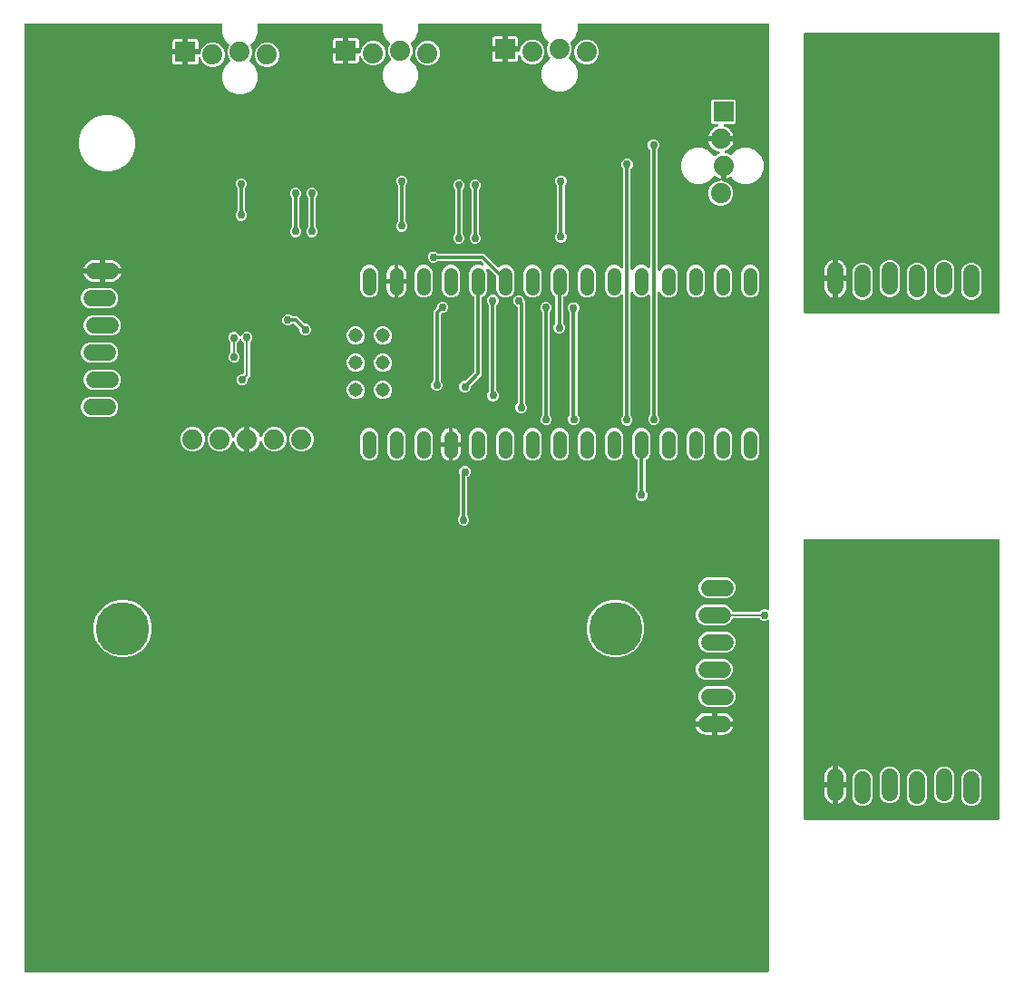
<source format=gbr>
G04 EAGLE Gerber RS-274X export*
G75*
%MOMM*%
%FSLAX34Y34*%
%LPD*%
%INBottom Copper*%
%IPPOS*%
%AMOC8*
5,1,8,0,0,1.08239X$1,22.5*%
G01*
%ADD10C,1.308000*%
%ADD11C,1.308000*%
%ADD12C,1.524000*%
%ADD13R,1.879600X1.879600*%
%ADD14C,1.879600*%
%ADD15C,5.000000*%
%ADD16C,0.756400*%
%ADD17C,0.200000*%
%ADD18C,0.304800*%

G36*
X315118Y166386D02*
X315118Y166386D01*
X315237Y166393D01*
X315275Y166406D01*
X315316Y166411D01*
X315426Y166454D01*
X315539Y166491D01*
X315574Y166513D01*
X315611Y166528D01*
X315707Y166598D01*
X315808Y166661D01*
X315836Y166691D01*
X315869Y166714D01*
X315945Y166806D01*
X316026Y166893D01*
X316046Y166928D01*
X316071Y166959D01*
X316122Y167067D01*
X316180Y167171D01*
X316190Y167211D01*
X316207Y167247D01*
X316229Y167364D01*
X316259Y167479D01*
X316263Y167540D01*
X316267Y167560D01*
X316265Y167580D01*
X316269Y167640D01*
X316269Y494366D01*
X316263Y494416D01*
X316265Y494465D01*
X316243Y494573D01*
X316229Y494682D01*
X316211Y494728D01*
X316201Y494777D01*
X316153Y494876D01*
X316112Y494977D01*
X316083Y495018D01*
X316061Y495062D01*
X315990Y495146D01*
X315926Y495235D01*
X315887Y495266D01*
X315855Y495304D01*
X315765Y495368D01*
X315681Y495438D01*
X315636Y495459D01*
X315595Y495487D01*
X315492Y495526D01*
X315393Y495573D01*
X315344Y495582D01*
X315298Y495600D01*
X315188Y495612D01*
X315081Y495633D01*
X315031Y495630D01*
X314982Y495635D01*
X314873Y495620D01*
X314763Y495613D01*
X314716Y495598D01*
X314667Y495591D01*
X314514Y495539D01*
X312956Y494893D01*
X310844Y494893D01*
X308894Y495701D01*
X307800Y496796D01*
X307721Y496856D01*
X307649Y496924D01*
X307596Y496953D01*
X307548Y496990D01*
X307457Y497030D01*
X307371Y497078D01*
X307312Y497093D01*
X307256Y497117D01*
X307159Y497132D01*
X307063Y497157D01*
X306963Y497163D01*
X306942Y497167D01*
X306930Y497165D01*
X306902Y497167D01*
X282790Y497167D01*
X282761Y497164D01*
X282731Y497166D01*
X282603Y497144D01*
X282474Y497127D01*
X282447Y497117D01*
X282418Y497112D01*
X282299Y497058D01*
X282179Y497010D01*
X282155Y496993D01*
X282128Y496981D01*
X282026Y496900D01*
X281921Y496824D01*
X281903Y496801D01*
X281879Y496782D01*
X281801Y496679D01*
X281719Y496579D01*
X281706Y496552D01*
X281688Y496528D01*
X281617Y496384D01*
X280933Y494732D01*
X278218Y492017D01*
X274670Y490547D01*
X255590Y490547D01*
X252042Y492017D01*
X249327Y494732D01*
X247857Y498280D01*
X247857Y502120D01*
X249327Y505668D01*
X252042Y508383D01*
X255590Y509853D01*
X274670Y509853D01*
X278218Y508383D01*
X280933Y505668D01*
X281617Y504016D01*
X281632Y503991D01*
X281641Y503963D01*
X281710Y503853D01*
X281775Y503740D01*
X281795Y503719D01*
X281811Y503694D01*
X281906Y503605D01*
X281996Y503512D01*
X282021Y503496D01*
X282043Y503476D01*
X282157Y503413D01*
X282267Y503345D01*
X282295Y503337D01*
X282321Y503322D01*
X282447Y503290D01*
X282571Y503252D01*
X282601Y503250D01*
X282629Y503243D01*
X282790Y503233D01*
X306902Y503233D01*
X307000Y503245D01*
X307099Y503248D01*
X307158Y503265D01*
X307218Y503273D01*
X307310Y503309D01*
X307405Y503337D01*
X307457Y503367D01*
X307513Y503390D01*
X307593Y503448D01*
X307679Y503498D01*
X307754Y503564D01*
X307771Y503576D01*
X307778Y503586D01*
X307800Y503604D01*
X308894Y504699D01*
X310844Y505507D01*
X312956Y505507D01*
X314514Y504861D01*
X314562Y504848D01*
X314607Y504827D01*
X314715Y504806D01*
X314821Y504777D01*
X314871Y504776D01*
X314920Y504767D01*
X315029Y504774D01*
X315139Y504772D01*
X315187Y504784D01*
X315237Y504787D01*
X315341Y504821D01*
X315448Y504846D01*
X315492Y504870D01*
X315539Y504885D01*
X315632Y504944D01*
X315729Y504995D01*
X315766Y505028D01*
X315808Y505055D01*
X315883Y505135D01*
X315965Y505209D01*
X315992Y505250D01*
X316026Y505287D01*
X316079Y505383D01*
X316139Y505475D01*
X316156Y505522D01*
X316180Y505565D01*
X316207Y505671D01*
X316243Y505775D01*
X316247Y505825D01*
X316259Y505873D01*
X316269Y506034D01*
X316269Y1051550D01*
X316254Y1051668D01*
X316247Y1051787D01*
X316234Y1051825D01*
X316229Y1051866D01*
X316186Y1051976D01*
X316149Y1052089D01*
X316127Y1052124D01*
X316112Y1052161D01*
X316043Y1052257D01*
X315979Y1052358D01*
X315949Y1052386D01*
X315926Y1052419D01*
X315834Y1052494D01*
X315747Y1052576D01*
X315712Y1052596D01*
X315681Y1052621D01*
X315573Y1052672D01*
X315469Y1052730D01*
X315429Y1052740D01*
X315393Y1052757D01*
X315276Y1052779D01*
X315161Y1052809D01*
X315101Y1052813D01*
X315081Y1052817D01*
X315060Y1052815D01*
X315000Y1052819D01*
X138580Y1052819D01*
X138462Y1052804D01*
X138343Y1052797D01*
X138305Y1052784D01*
X138264Y1052779D01*
X138154Y1052736D01*
X138041Y1052699D01*
X138006Y1052677D01*
X137969Y1052662D01*
X137873Y1052592D01*
X137772Y1052529D01*
X137744Y1052499D01*
X137711Y1052476D01*
X137635Y1052384D01*
X137554Y1052297D01*
X137534Y1052262D01*
X137509Y1052231D01*
X137458Y1052123D01*
X137400Y1052019D01*
X137390Y1051979D01*
X137373Y1051943D01*
X137351Y1051826D01*
X137321Y1051711D01*
X137317Y1051650D01*
X137313Y1051630D01*
X137315Y1051610D01*
X137311Y1051550D01*
X137311Y1046116D01*
X134774Y1039992D01*
X130828Y1036046D01*
X130810Y1036023D01*
X130787Y1036003D01*
X130713Y1035898D01*
X130633Y1035795D01*
X130621Y1035768D01*
X130604Y1035743D01*
X130558Y1035622D01*
X130507Y1035503D01*
X130502Y1035474D01*
X130491Y1035446D01*
X130477Y1035317D01*
X130457Y1035189D01*
X130459Y1035159D01*
X130456Y1035130D01*
X130474Y1035002D01*
X130486Y1034872D01*
X130496Y1034844D01*
X130501Y1034815D01*
X130553Y1034663D01*
X132081Y1030974D01*
X132081Y1026426D01*
X130341Y1022225D01*
X129721Y1021606D01*
X129691Y1021566D01*
X129654Y1021533D01*
X129594Y1021441D01*
X129526Y1021354D01*
X129506Y1021309D01*
X129479Y1021267D01*
X129443Y1021163D01*
X129400Y1021062D01*
X129392Y1021013D01*
X129376Y1020966D01*
X129367Y1020857D01*
X129350Y1020748D01*
X129355Y1020699D01*
X129351Y1020649D01*
X129369Y1020541D01*
X129380Y1020432D01*
X129397Y1020385D01*
X129405Y1020336D01*
X129450Y1020236D01*
X129487Y1020132D01*
X129515Y1020091D01*
X129536Y1020046D01*
X129604Y1019960D01*
X129666Y1019869D01*
X129703Y1019836D01*
X129734Y1019798D01*
X129822Y1019732D01*
X129904Y1019659D01*
X129949Y1019636D01*
X129988Y1019606D01*
X130081Y1019561D01*
X134774Y1014868D01*
X137311Y1008744D01*
X137311Y1002116D01*
X134774Y995992D01*
X130088Y991306D01*
X123964Y988769D01*
X117336Y988769D01*
X111212Y991306D01*
X106526Y995992D01*
X103989Y1002116D01*
X103989Y1008744D01*
X106526Y1014868D01*
X111223Y1019565D01*
X111257Y1019577D01*
X111348Y1019639D01*
X111443Y1019693D01*
X111479Y1019728D01*
X111520Y1019755D01*
X111593Y1019838D01*
X111672Y1019914D01*
X111698Y1019957D01*
X111731Y1019994D01*
X111781Y1020092D01*
X111838Y1020185D01*
X111853Y1020233D01*
X111875Y1020277D01*
X111899Y1020384D01*
X111932Y1020489D01*
X111934Y1020539D01*
X111945Y1020587D01*
X111942Y1020697D01*
X111947Y1020807D01*
X111937Y1020856D01*
X111935Y1020905D01*
X111905Y1021011D01*
X111883Y1021118D01*
X111861Y1021163D01*
X111847Y1021211D01*
X111791Y1021305D01*
X111743Y1021404D01*
X111711Y1021442D01*
X111685Y1021485D01*
X111579Y1021606D01*
X110959Y1022225D01*
X109219Y1026426D01*
X109219Y1030974D01*
X110747Y1034663D01*
X110755Y1034691D01*
X110769Y1034718D01*
X110797Y1034844D01*
X110831Y1034970D01*
X110832Y1034999D01*
X110838Y1035028D01*
X110834Y1035158D01*
X110836Y1035287D01*
X110829Y1035316D01*
X110829Y1035346D01*
X110792Y1035470D01*
X110762Y1035597D01*
X110748Y1035623D01*
X110740Y1035651D01*
X110674Y1035763D01*
X110613Y1035878D01*
X110594Y1035900D01*
X110579Y1035925D01*
X110472Y1036046D01*
X106526Y1039992D01*
X103989Y1046116D01*
X103989Y1051550D01*
X103974Y1051668D01*
X103967Y1051787D01*
X103954Y1051825D01*
X103949Y1051866D01*
X103906Y1051976D01*
X103869Y1052089D01*
X103847Y1052124D01*
X103832Y1052161D01*
X103763Y1052257D01*
X103699Y1052358D01*
X103669Y1052386D01*
X103646Y1052419D01*
X103554Y1052494D01*
X103467Y1052576D01*
X103432Y1052596D01*
X103401Y1052621D01*
X103293Y1052672D01*
X103189Y1052730D01*
X103149Y1052740D01*
X103113Y1052757D01*
X102996Y1052779D01*
X102881Y1052809D01*
X102821Y1052813D01*
X102801Y1052817D01*
X102780Y1052815D01*
X102720Y1052819D01*
X-10010Y1052819D01*
X-10128Y1052804D01*
X-10247Y1052797D01*
X-10285Y1052784D01*
X-10326Y1052779D01*
X-10436Y1052736D01*
X-10549Y1052699D01*
X-10584Y1052677D01*
X-10621Y1052662D01*
X-10717Y1052592D01*
X-10818Y1052529D01*
X-10846Y1052499D01*
X-10879Y1052476D01*
X-10955Y1052384D01*
X-11036Y1052297D01*
X-11056Y1052262D01*
X-11081Y1052231D01*
X-11132Y1052123D01*
X-11190Y1052019D01*
X-11200Y1051979D01*
X-11217Y1051943D01*
X-11239Y1051826D01*
X-11269Y1051711D01*
X-11273Y1051650D01*
X-11277Y1051630D01*
X-11275Y1051610D01*
X-11279Y1051550D01*
X-11279Y1044846D01*
X-13816Y1038722D01*
X-17762Y1034776D01*
X-17780Y1034753D01*
X-17803Y1034734D01*
X-17877Y1034627D01*
X-17957Y1034525D01*
X-17969Y1034498D01*
X-17986Y1034474D01*
X-18032Y1034352D01*
X-18083Y1034233D01*
X-18088Y1034204D01*
X-18099Y1034176D01*
X-18113Y1034047D01*
X-18133Y1033919D01*
X-18131Y1033889D01*
X-18134Y1033860D01*
X-18116Y1033732D01*
X-18104Y1033602D01*
X-18094Y1033574D01*
X-18089Y1033545D01*
X-18037Y1033393D01*
X-16509Y1029704D01*
X-16509Y1025156D01*
X-18249Y1020955D01*
X-18869Y1020336D01*
X-18899Y1020296D01*
X-18936Y1020263D01*
X-18996Y1020171D01*
X-19064Y1020084D01*
X-19084Y1020039D01*
X-19111Y1019997D01*
X-19147Y1019893D01*
X-19190Y1019792D01*
X-19198Y1019743D01*
X-19214Y1019696D01*
X-19223Y1019587D01*
X-19240Y1019478D01*
X-19235Y1019429D01*
X-19239Y1019379D01*
X-19221Y1019271D01*
X-19210Y1019162D01*
X-19193Y1019115D01*
X-19185Y1019066D01*
X-19140Y1018966D01*
X-19103Y1018862D01*
X-19075Y1018821D01*
X-19054Y1018776D01*
X-18986Y1018690D01*
X-18924Y1018599D01*
X-18887Y1018566D01*
X-18856Y1018528D01*
X-18768Y1018462D01*
X-18686Y1018389D01*
X-18641Y1018366D01*
X-18602Y1018336D01*
X-18509Y1018291D01*
X-13816Y1013598D01*
X-11279Y1007474D01*
X-11279Y1000846D01*
X-13816Y994722D01*
X-18502Y990036D01*
X-24626Y987499D01*
X-31254Y987499D01*
X-37378Y990036D01*
X-42064Y994722D01*
X-44601Y1000846D01*
X-44601Y1007474D01*
X-42064Y1013598D01*
X-37367Y1018295D01*
X-37333Y1018307D01*
X-37242Y1018369D01*
X-37147Y1018423D01*
X-37111Y1018458D01*
X-37070Y1018485D01*
X-36997Y1018568D01*
X-36918Y1018644D01*
X-36892Y1018687D01*
X-36859Y1018724D01*
X-36809Y1018822D01*
X-36752Y1018915D01*
X-36737Y1018963D01*
X-36715Y1019007D01*
X-36691Y1019114D01*
X-36658Y1019219D01*
X-36656Y1019269D01*
X-36645Y1019317D01*
X-36648Y1019427D01*
X-36643Y1019537D01*
X-36653Y1019586D01*
X-36655Y1019635D01*
X-36685Y1019741D01*
X-36707Y1019848D01*
X-36729Y1019893D01*
X-36743Y1019941D01*
X-36799Y1020035D01*
X-36847Y1020134D01*
X-36879Y1020172D01*
X-36905Y1020215D01*
X-37011Y1020336D01*
X-37631Y1020955D01*
X-39371Y1025156D01*
X-39371Y1029704D01*
X-37843Y1033393D01*
X-37835Y1033421D01*
X-37821Y1033448D01*
X-37793Y1033574D01*
X-37759Y1033700D01*
X-37758Y1033729D01*
X-37752Y1033758D01*
X-37756Y1033888D01*
X-37754Y1034018D01*
X-37761Y1034046D01*
X-37761Y1034076D01*
X-37797Y1034200D01*
X-37828Y1034327D01*
X-37842Y1034353D01*
X-37850Y1034381D01*
X-37916Y1034493D01*
X-37977Y1034608D01*
X-37996Y1034630D01*
X-38011Y1034655D01*
X-38118Y1034776D01*
X-42064Y1038722D01*
X-44601Y1044846D01*
X-44601Y1051550D01*
X-44616Y1051668D01*
X-44623Y1051787D01*
X-44636Y1051825D01*
X-44641Y1051866D01*
X-44684Y1051976D01*
X-44721Y1052089D01*
X-44743Y1052124D01*
X-44758Y1052161D01*
X-44827Y1052257D01*
X-44891Y1052358D01*
X-44921Y1052386D01*
X-44944Y1052419D01*
X-45036Y1052494D01*
X-45123Y1052576D01*
X-45158Y1052596D01*
X-45189Y1052621D01*
X-45297Y1052672D01*
X-45401Y1052730D01*
X-45441Y1052740D01*
X-45477Y1052757D01*
X-45594Y1052779D01*
X-45709Y1052809D01*
X-45769Y1052813D01*
X-45789Y1052817D01*
X-45810Y1052815D01*
X-45870Y1052819D01*
X-160323Y1052819D01*
X-160372Y1052813D01*
X-160422Y1052815D01*
X-160529Y1052793D01*
X-160639Y1052779D01*
X-160685Y1052761D01*
X-160733Y1052751D01*
X-160832Y1052703D01*
X-160934Y1052662D01*
X-160974Y1052633D01*
X-161019Y1052611D01*
X-161103Y1052540D01*
X-161192Y1052476D01*
X-161223Y1052437D01*
X-161261Y1052405D01*
X-161324Y1052315D01*
X-161394Y1052231D01*
X-161416Y1052186D01*
X-161444Y1052145D01*
X-161483Y1052042D01*
X-161530Y1051943D01*
X-161539Y1051894D01*
X-161557Y1051848D01*
X-161569Y1051738D01*
X-161590Y1051630D01*
X-161587Y1051581D01*
X-161592Y1051531D01*
X-161577Y1051423D01*
X-161570Y1051313D01*
X-161555Y1051266D01*
X-161548Y1051217D01*
X-161496Y1051064D01*
X-161139Y1050204D01*
X-161139Y1043576D01*
X-163676Y1037452D01*
X-167622Y1033506D01*
X-167640Y1033483D01*
X-167663Y1033464D01*
X-167737Y1033357D01*
X-167817Y1033255D01*
X-167829Y1033228D01*
X-167846Y1033204D01*
X-167892Y1033082D01*
X-167943Y1032963D01*
X-167948Y1032934D01*
X-167959Y1032906D01*
X-167973Y1032777D01*
X-167993Y1032649D01*
X-167991Y1032619D01*
X-167994Y1032590D01*
X-167976Y1032462D01*
X-167964Y1032332D01*
X-167954Y1032304D01*
X-167949Y1032275D01*
X-167897Y1032123D01*
X-166369Y1028434D01*
X-166369Y1023886D01*
X-168109Y1019685D01*
X-168729Y1019066D01*
X-168759Y1019026D01*
X-168796Y1018993D01*
X-168857Y1018901D01*
X-168924Y1018814D01*
X-168944Y1018769D01*
X-168971Y1018727D01*
X-169007Y1018623D01*
X-169050Y1018523D01*
X-169058Y1018473D01*
X-169074Y1018426D01*
X-169083Y1018317D01*
X-169100Y1018208D01*
X-169095Y1018159D01*
X-169099Y1018109D01*
X-169081Y1018001D01*
X-169070Y1017892D01*
X-169053Y1017845D01*
X-169045Y1017796D01*
X-169000Y1017696D01*
X-168963Y1017593D01*
X-168935Y1017551D01*
X-168914Y1017506D01*
X-168846Y1017420D01*
X-168784Y1017329D01*
X-168747Y1017296D01*
X-168716Y1017258D01*
X-168628Y1017191D01*
X-168546Y1017119D01*
X-168501Y1017096D01*
X-168462Y1017066D01*
X-168369Y1017021D01*
X-163676Y1012328D01*
X-161139Y1006204D01*
X-161139Y999576D01*
X-163676Y993452D01*
X-168362Y988766D01*
X-174486Y986229D01*
X-181114Y986229D01*
X-187238Y988766D01*
X-191924Y993452D01*
X-194461Y999576D01*
X-194461Y1006204D01*
X-191924Y1012328D01*
X-187227Y1017025D01*
X-187193Y1017037D01*
X-187102Y1017099D01*
X-187007Y1017153D01*
X-186971Y1017188D01*
X-186930Y1017216D01*
X-186857Y1017298D01*
X-186778Y1017374D01*
X-186752Y1017417D01*
X-186719Y1017454D01*
X-186669Y1017552D01*
X-186612Y1017645D01*
X-186597Y1017693D01*
X-186575Y1017737D01*
X-186551Y1017844D01*
X-186518Y1017949D01*
X-186516Y1017999D01*
X-186505Y1018047D01*
X-186508Y1018157D01*
X-186503Y1018267D01*
X-186513Y1018316D01*
X-186515Y1018365D01*
X-186545Y1018471D01*
X-186567Y1018578D01*
X-186589Y1018623D01*
X-186603Y1018671D01*
X-186659Y1018765D01*
X-186707Y1018864D01*
X-186739Y1018902D01*
X-186765Y1018945D01*
X-186871Y1019066D01*
X-187491Y1019685D01*
X-189231Y1023886D01*
X-189231Y1028434D01*
X-187703Y1032123D01*
X-187695Y1032151D01*
X-187681Y1032178D01*
X-187653Y1032304D01*
X-187619Y1032430D01*
X-187618Y1032459D01*
X-187612Y1032488D01*
X-187616Y1032618D01*
X-187614Y1032748D01*
X-187621Y1032776D01*
X-187621Y1032806D01*
X-187657Y1032930D01*
X-187688Y1033057D01*
X-187702Y1033083D01*
X-187710Y1033111D01*
X-187776Y1033223D01*
X-187837Y1033338D01*
X-187856Y1033360D01*
X-187871Y1033385D01*
X-187978Y1033506D01*
X-191924Y1037452D01*
X-194461Y1043576D01*
X-194461Y1050204D01*
X-194104Y1051064D01*
X-194091Y1051112D01*
X-194070Y1051157D01*
X-194049Y1051265D01*
X-194020Y1051371D01*
X-194020Y1051421D01*
X-194010Y1051469D01*
X-194017Y1051579D01*
X-194015Y1051689D01*
X-194027Y1051737D01*
X-194030Y1051787D01*
X-194064Y1051891D01*
X-194090Y1051998D01*
X-194113Y1052042D01*
X-194128Y1052089D01*
X-194187Y1052182D01*
X-194238Y1052279D01*
X-194272Y1052316D01*
X-194298Y1052358D01*
X-194378Y1052433D01*
X-194452Y1052515D01*
X-194494Y1052542D01*
X-194530Y1052576D01*
X-194626Y1052629D01*
X-194718Y1052689D01*
X-194765Y1052706D01*
X-194808Y1052730D01*
X-194915Y1052757D01*
X-195019Y1052793D01*
X-195068Y1052797D01*
X-195116Y1052809D01*
X-195277Y1052819D01*
X-377660Y1052819D01*
X-377778Y1052804D01*
X-377897Y1052797D01*
X-377935Y1052784D01*
X-377976Y1052779D01*
X-378086Y1052736D01*
X-378199Y1052699D01*
X-378234Y1052677D01*
X-378271Y1052662D01*
X-378367Y1052592D01*
X-378468Y1052529D01*
X-378496Y1052499D01*
X-378529Y1052476D01*
X-378604Y1052384D01*
X-378686Y1052297D01*
X-378706Y1052262D01*
X-378731Y1052231D01*
X-378782Y1052123D01*
X-378840Y1052019D01*
X-378850Y1051979D01*
X-378867Y1051943D01*
X-378889Y1051826D01*
X-378919Y1051711D01*
X-378923Y1051650D01*
X-378927Y1051630D01*
X-378925Y1051610D01*
X-378929Y1051550D01*
X-378929Y167640D01*
X-378914Y167522D01*
X-378907Y167403D01*
X-378894Y167365D01*
X-378889Y167324D01*
X-378846Y167214D01*
X-378809Y167101D01*
X-378787Y167066D01*
X-378772Y167029D01*
X-378702Y166933D01*
X-378639Y166832D01*
X-378609Y166804D01*
X-378586Y166771D01*
X-378494Y166696D01*
X-378407Y166614D01*
X-378372Y166594D01*
X-378341Y166569D01*
X-378233Y166518D01*
X-378129Y166460D01*
X-378089Y166450D01*
X-378053Y166433D01*
X-377936Y166411D01*
X-377821Y166381D01*
X-377760Y166377D01*
X-377740Y166373D01*
X-377720Y166375D01*
X-377660Y166371D01*
X315000Y166371D01*
X315118Y166386D01*
G37*
G36*
X530118Y781696D02*
X530118Y781696D01*
X530237Y781703D01*
X530275Y781716D01*
X530316Y781721D01*
X530426Y781764D01*
X530539Y781801D01*
X530574Y781823D01*
X530611Y781838D01*
X530707Y781908D01*
X530808Y781971D01*
X530836Y782001D01*
X530869Y782024D01*
X530945Y782116D01*
X531026Y782203D01*
X531046Y782238D01*
X531071Y782269D01*
X531122Y782377D01*
X531180Y782481D01*
X531190Y782521D01*
X531207Y782557D01*
X531229Y782674D01*
X531259Y782789D01*
X531263Y782850D01*
X531267Y782870D01*
X531265Y782890D01*
X531269Y782950D01*
X531269Y1042950D01*
X531254Y1043068D01*
X531247Y1043187D01*
X531234Y1043225D01*
X531229Y1043266D01*
X531186Y1043376D01*
X531149Y1043489D01*
X531127Y1043524D01*
X531112Y1043561D01*
X531043Y1043657D01*
X530979Y1043758D01*
X530949Y1043786D01*
X530926Y1043819D01*
X530834Y1043895D01*
X530747Y1043976D01*
X530712Y1043996D01*
X530681Y1044021D01*
X530573Y1044072D01*
X530469Y1044130D01*
X530429Y1044140D01*
X530393Y1044157D01*
X530276Y1044179D01*
X530161Y1044209D01*
X530101Y1044213D01*
X530081Y1044217D01*
X530060Y1044215D01*
X530000Y1044219D01*
X350000Y1044219D01*
X349882Y1044204D01*
X349763Y1044197D01*
X349725Y1044184D01*
X349684Y1044179D01*
X349574Y1044136D01*
X349461Y1044099D01*
X349426Y1044077D01*
X349389Y1044062D01*
X349293Y1043993D01*
X349192Y1043929D01*
X349164Y1043899D01*
X349131Y1043876D01*
X349056Y1043784D01*
X348974Y1043697D01*
X348954Y1043662D01*
X348929Y1043631D01*
X348878Y1043523D01*
X348820Y1043419D01*
X348810Y1043379D01*
X348793Y1043343D01*
X348771Y1043226D01*
X348741Y1043111D01*
X348737Y1043051D01*
X348733Y1043031D01*
X348735Y1043010D01*
X348731Y1042950D01*
X348731Y782950D01*
X348746Y782832D01*
X348753Y782713D01*
X348766Y782675D01*
X348771Y782634D01*
X348814Y782524D01*
X348851Y782411D01*
X348873Y782376D01*
X348888Y782339D01*
X348958Y782243D01*
X349021Y782142D01*
X349051Y782114D01*
X349074Y782081D01*
X349166Y782006D01*
X349253Y781924D01*
X349288Y781904D01*
X349319Y781879D01*
X349427Y781828D01*
X349531Y781770D01*
X349571Y781760D01*
X349607Y781743D01*
X349724Y781721D01*
X349839Y781691D01*
X349900Y781687D01*
X349920Y781683D01*
X349940Y781685D01*
X350000Y781681D01*
X530000Y781681D01*
X530118Y781696D01*
G37*
G36*
X530118Y308746D02*
X530118Y308746D01*
X530237Y308753D01*
X530275Y308766D01*
X530316Y308771D01*
X530426Y308814D01*
X530539Y308851D01*
X530574Y308873D01*
X530611Y308888D01*
X530707Y308958D01*
X530808Y309021D01*
X530836Y309051D01*
X530869Y309074D01*
X530945Y309166D01*
X531026Y309253D01*
X531046Y309288D01*
X531071Y309319D01*
X531122Y309427D01*
X531180Y309531D01*
X531190Y309571D01*
X531207Y309607D01*
X531229Y309724D01*
X531259Y309839D01*
X531263Y309900D01*
X531267Y309920D01*
X531265Y309940D01*
X531269Y310000D01*
X531269Y570000D01*
X531254Y570118D01*
X531247Y570237D01*
X531234Y570275D01*
X531229Y570316D01*
X531186Y570426D01*
X531149Y570539D01*
X531127Y570574D01*
X531112Y570611D01*
X531043Y570707D01*
X530979Y570808D01*
X530949Y570836D01*
X530926Y570869D01*
X530834Y570945D01*
X530747Y571026D01*
X530712Y571046D01*
X530681Y571071D01*
X530573Y571122D01*
X530469Y571180D01*
X530429Y571190D01*
X530393Y571207D01*
X530276Y571229D01*
X530161Y571259D01*
X530101Y571263D01*
X530081Y571267D01*
X530060Y571265D01*
X530000Y571269D01*
X350000Y571269D01*
X349882Y571254D01*
X349763Y571247D01*
X349725Y571234D01*
X349684Y571229D01*
X349574Y571186D01*
X349461Y571149D01*
X349426Y571127D01*
X349389Y571112D01*
X349293Y571043D01*
X349192Y570979D01*
X349164Y570949D01*
X349131Y570926D01*
X349056Y570834D01*
X348974Y570747D01*
X348954Y570712D01*
X348929Y570681D01*
X348878Y570573D01*
X348820Y570469D01*
X348810Y570429D01*
X348793Y570393D01*
X348771Y570276D01*
X348741Y570161D01*
X348737Y570101D01*
X348733Y570081D01*
X348735Y570060D01*
X348731Y570000D01*
X348731Y310000D01*
X348746Y309882D01*
X348753Y309763D01*
X348766Y309725D01*
X348771Y309684D01*
X348814Y309574D01*
X348851Y309461D01*
X348873Y309426D01*
X348888Y309389D01*
X348958Y309293D01*
X349021Y309192D01*
X349051Y309164D01*
X349074Y309131D01*
X349166Y309056D01*
X349253Y308974D01*
X349288Y308954D01*
X349319Y308929D01*
X349427Y308878D01*
X349531Y308820D01*
X349571Y308810D01*
X349607Y308793D01*
X349724Y308771D01*
X349839Y308741D01*
X349900Y308737D01*
X349920Y308733D01*
X349940Y308735D01*
X350000Y308731D01*
X530000Y308731D01*
X530118Y308746D01*
G37*
%LPC*%
G36*
X182444Y677093D02*
X182444Y677093D01*
X180494Y677901D01*
X179001Y679394D01*
X178193Y681344D01*
X178193Y683456D01*
X179001Y685406D01*
X179572Y685976D01*
X179632Y686055D01*
X179700Y686127D01*
X179729Y686180D01*
X179766Y686228D01*
X179806Y686319D01*
X179854Y686405D01*
X179869Y686464D01*
X179893Y686520D01*
X179908Y686617D01*
X179933Y686713D01*
X179939Y686813D01*
X179943Y686834D01*
X179941Y686846D01*
X179943Y686874D01*
X179943Y798635D01*
X179926Y798773D01*
X179913Y798912D01*
X179906Y798931D01*
X179903Y798951D01*
X179852Y799080D01*
X179805Y799211D01*
X179794Y799228D01*
X179786Y799247D01*
X179705Y799359D01*
X179627Y799474D01*
X179611Y799488D01*
X179600Y799504D01*
X179492Y799593D01*
X179388Y799685D01*
X179370Y799694D01*
X179355Y799707D01*
X179229Y799766D01*
X179105Y799829D01*
X179085Y799834D01*
X179067Y799842D01*
X178930Y799868D01*
X178795Y799899D01*
X178774Y799898D01*
X178755Y799902D01*
X178616Y799893D01*
X178477Y799889D01*
X178457Y799884D01*
X178437Y799882D01*
X178305Y799840D01*
X178171Y799801D01*
X178154Y799790D01*
X178135Y799784D01*
X178017Y799710D01*
X177897Y799639D01*
X177876Y799621D01*
X177866Y799614D01*
X177852Y799599D01*
X177777Y799533D01*
X176436Y798192D01*
X173285Y796887D01*
X169875Y796887D01*
X166724Y798192D01*
X164312Y800604D01*
X163007Y803755D01*
X163007Y820245D01*
X164312Y823396D01*
X166724Y825808D01*
X169875Y827113D01*
X173285Y827113D01*
X176436Y825808D01*
X177777Y824467D01*
X177886Y824382D01*
X177993Y824293D01*
X178012Y824285D01*
X178028Y824272D01*
X178155Y824217D01*
X178281Y824158D01*
X178301Y824154D01*
X178320Y824146D01*
X178458Y824124D01*
X178594Y824098D01*
X178614Y824099D01*
X178634Y824096D01*
X178773Y824109D01*
X178911Y824118D01*
X178930Y824124D01*
X178950Y824126D01*
X179082Y824173D01*
X179213Y824216D01*
X179231Y824227D01*
X179250Y824233D01*
X179365Y824312D01*
X179482Y824386D01*
X179496Y824401D01*
X179513Y824412D01*
X179605Y824516D01*
X179700Y824618D01*
X179710Y824635D01*
X179723Y824650D01*
X179786Y824774D01*
X179854Y824896D01*
X179859Y824916D01*
X179868Y824934D01*
X179898Y825070D01*
X179933Y825204D01*
X179935Y825232D01*
X179938Y825244D01*
X179937Y825264D01*
X179943Y825365D01*
X179943Y916826D01*
X179931Y916924D01*
X179928Y917023D01*
X179911Y917082D01*
X179903Y917142D01*
X179867Y917234D01*
X179839Y917329D01*
X179809Y917381D01*
X179786Y917437D01*
X179728Y917517D01*
X179678Y917603D01*
X179612Y917678D01*
X179600Y917695D01*
X179590Y917702D01*
X179572Y917724D01*
X179101Y918194D01*
X178293Y920144D01*
X178293Y922256D01*
X179101Y924206D01*
X180594Y925699D01*
X182544Y926507D01*
X184656Y926507D01*
X186606Y925699D01*
X188099Y924206D01*
X188907Y922256D01*
X188907Y920144D01*
X188099Y918194D01*
X187428Y917524D01*
X187368Y917445D01*
X187300Y917373D01*
X187271Y917320D01*
X187234Y917272D01*
X187194Y917181D01*
X187146Y917095D01*
X187131Y917036D01*
X187107Y916980D01*
X187092Y916883D01*
X187067Y916787D01*
X187061Y916687D01*
X187057Y916666D01*
X187059Y916654D01*
X187057Y916626D01*
X187057Y823366D01*
X187065Y823296D01*
X187064Y823227D01*
X187085Y823139D01*
X187097Y823050D01*
X187122Y822985D01*
X187139Y822917D01*
X187181Y822838D01*
X187214Y822754D01*
X187255Y822698D01*
X187287Y822636D01*
X187348Y822570D01*
X187400Y822497D01*
X187454Y822453D01*
X187501Y822401D01*
X187576Y822352D01*
X187645Y822294D01*
X187709Y822265D01*
X187767Y822226D01*
X187852Y822197D01*
X187933Y822159D01*
X188002Y822146D01*
X188068Y822123D01*
X188157Y822116D01*
X188245Y822099D01*
X188315Y822103D01*
X188385Y822098D01*
X188473Y822113D01*
X188563Y822119D01*
X188629Y822140D01*
X188698Y822152D01*
X188780Y822189D01*
X188865Y822217D01*
X188924Y822254D01*
X188988Y822283D01*
X189058Y822339D01*
X189134Y822387D01*
X189182Y822438D01*
X189236Y822481D01*
X189290Y822553D01*
X189352Y822619D01*
X189386Y822680D01*
X189428Y822735D01*
X189499Y822880D01*
X189712Y823396D01*
X192124Y825808D01*
X195275Y827113D01*
X198685Y827113D01*
X201836Y825808D01*
X202977Y824667D01*
X203086Y824582D01*
X203193Y824493D01*
X203212Y824485D01*
X203228Y824472D01*
X203355Y824417D01*
X203481Y824358D01*
X203501Y824354D01*
X203520Y824346D01*
X203658Y824324D01*
X203794Y824298D01*
X203814Y824299D01*
X203834Y824296D01*
X203973Y824309D01*
X204111Y824318D01*
X204130Y824324D01*
X204150Y824326D01*
X204282Y824373D01*
X204413Y824416D01*
X204431Y824427D01*
X204450Y824433D01*
X204565Y824512D01*
X204682Y824586D01*
X204696Y824601D01*
X204713Y824612D01*
X204805Y824716D01*
X204900Y824818D01*
X204910Y824835D01*
X204923Y824850D01*
X204986Y824974D01*
X205054Y825096D01*
X205059Y825116D01*
X205068Y825134D01*
X205098Y825270D01*
X205133Y825404D01*
X205135Y825432D01*
X205138Y825444D01*
X205137Y825464D01*
X205143Y825565D01*
X205143Y934426D01*
X205131Y934524D01*
X205128Y934623D01*
X205111Y934682D01*
X205103Y934742D01*
X205067Y934834D01*
X205039Y934929D01*
X205009Y934981D01*
X204986Y935037D01*
X204928Y935117D01*
X204878Y935203D01*
X204812Y935278D01*
X204800Y935295D01*
X204790Y935302D01*
X204772Y935324D01*
X203901Y936194D01*
X203093Y938144D01*
X203093Y940256D01*
X203901Y942206D01*
X205394Y943699D01*
X207344Y944507D01*
X209456Y944507D01*
X211406Y943699D01*
X212899Y942206D01*
X213707Y940256D01*
X213707Y938144D01*
X212899Y936194D01*
X212628Y935924D01*
X212568Y935845D01*
X212500Y935773D01*
X212471Y935720D01*
X212434Y935672D01*
X212394Y935581D01*
X212346Y935495D01*
X212331Y935436D01*
X212307Y935380D01*
X212292Y935283D01*
X212267Y935187D01*
X212261Y935087D01*
X212257Y935066D01*
X212259Y935054D01*
X212257Y935026D01*
X212257Y822883D01*
X212265Y822814D01*
X212264Y822744D01*
X212285Y822656D01*
X212297Y822567D01*
X212322Y822502D01*
X212339Y822435D01*
X212381Y822355D01*
X212414Y822272D01*
X212455Y822215D01*
X212487Y822153D01*
X212548Y822087D01*
X212600Y822014D01*
X212654Y821970D01*
X212701Y821918D01*
X212776Y821869D01*
X212845Y821811D01*
X212909Y821782D01*
X212967Y821743D01*
X213052Y821714D01*
X213133Y821676D01*
X213202Y821663D01*
X213268Y821640D01*
X213357Y821633D01*
X213445Y821616D01*
X213515Y821620D01*
X213585Y821615D01*
X213673Y821630D01*
X213763Y821636D01*
X213829Y821657D01*
X213898Y821669D01*
X213980Y821706D01*
X214065Y821734D01*
X214124Y821771D01*
X214188Y821800D01*
X214258Y821856D01*
X214334Y821904D01*
X214382Y821955D01*
X214436Y821998D01*
X214491Y822070D01*
X214552Y822136D01*
X214586Y822197D01*
X214628Y822253D01*
X214699Y822397D01*
X215112Y823396D01*
X217524Y825808D01*
X220675Y827113D01*
X224085Y827113D01*
X227236Y825808D01*
X229648Y823396D01*
X230953Y820245D01*
X230953Y803755D01*
X229648Y800604D01*
X227236Y798192D01*
X224085Y796887D01*
X220675Y796887D01*
X217524Y798192D01*
X215112Y800604D01*
X214699Y801603D01*
X214664Y801664D01*
X214638Y801728D01*
X214586Y801801D01*
X214541Y801879D01*
X214493Y801929D01*
X214452Y801986D01*
X214382Y802043D01*
X214320Y802108D01*
X214260Y802144D01*
X214207Y802189D01*
X214125Y802227D01*
X214049Y802274D01*
X213982Y802294D01*
X213919Y802324D01*
X213831Y802341D01*
X213745Y802367D01*
X213675Y802371D01*
X213606Y802384D01*
X213517Y802378D01*
X213427Y802383D01*
X213359Y802368D01*
X213289Y802364D01*
X213204Y802336D01*
X213116Y802318D01*
X213053Y802288D01*
X212987Y802266D01*
X212911Y802218D01*
X212830Y802179D01*
X212777Y802133D01*
X212718Y802096D01*
X212656Y802030D01*
X212588Y801972D01*
X212548Y801915D01*
X212500Y801864D01*
X212457Y801786D01*
X212405Y801712D01*
X212380Y801647D01*
X212346Y801586D01*
X212324Y801499D01*
X212292Y801415D01*
X212284Y801345D01*
X212267Y801278D01*
X212257Y801117D01*
X212257Y687274D01*
X212269Y687176D01*
X212272Y687077D01*
X212289Y687018D01*
X212297Y686958D01*
X212333Y686866D01*
X212361Y686771D01*
X212391Y686719D01*
X212414Y686663D01*
X212472Y686583D01*
X212522Y686497D01*
X212588Y686422D01*
X212600Y686405D01*
X212610Y686398D01*
X212628Y686376D01*
X213199Y685806D01*
X214007Y683856D01*
X214007Y681744D01*
X213199Y679794D01*
X211706Y678301D01*
X209756Y677493D01*
X207644Y677493D01*
X205694Y678301D01*
X204201Y679794D01*
X203393Y681744D01*
X203393Y683856D01*
X204201Y685806D01*
X204772Y686376D01*
X204832Y686455D01*
X204900Y686527D01*
X204929Y686580D01*
X204966Y686628D01*
X205006Y686719D01*
X205054Y686805D01*
X205069Y686864D01*
X205093Y686920D01*
X205108Y687017D01*
X205133Y687113D01*
X205139Y687213D01*
X205143Y687234D01*
X205141Y687246D01*
X205143Y687274D01*
X205143Y798435D01*
X205126Y798573D01*
X205113Y798712D01*
X205106Y798731D01*
X205103Y798751D01*
X205052Y798880D01*
X205005Y799011D01*
X204994Y799028D01*
X204986Y799047D01*
X204905Y799159D01*
X204827Y799274D01*
X204811Y799288D01*
X204800Y799304D01*
X204692Y799393D01*
X204588Y799485D01*
X204570Y799494D01*
X204555Y799507D01*
X204429Y799566D01*
X204305Y799629D01*
X204285Y799634D01*
X204267Y799642D01*
X204130Y799668D01*
X203995Y799699D01*
X203974Y799698D01*
X203955Y799702D01*
X203816Y799693D01*
X203677Y799689D01*
X203657Y799684D01*
X203637Y799682D01*
X203505Y799640D01*
X203371Y799601D01*
X203354Y799590D01*
X203335Y799584D01*
X203217Y799510D01*
X203097Y799439D01*
X203076Y799421D01*
X203066Y799414D01*
X203052Y799399D01*
X202977Y799333D01*
X201836Y798192D01*
X198685Y796887D01*
X195275Y796887D01*
X192124Y798192D01*
X189712Y800604D01*
X189499Y801120D01*
X189464Y801181D01*
X189438Y801246D01*
X189386Y801318D01*
X189341Y801396D01*
X189293Y801446D01*
X189252Y801503D01*
X189182Y801560D01*
X189120Y801625D01*
X189060Y801661D01*
X189007Y801706D01*
X188925Y801744D01*
X188849Y801791D01*
X188782Y801812D01*
X188719Y801841D01*
X188631Y801858D01*
X188545Y801885D01*
X188475Y801888D01*
X188406Y801901D01*
X188317Y801895D01*
X188227Y801900D01*
X188159Y801886D01*
X188089Y801881D01*
X188004Y801854D01*
X187916Y801835D01*
X187853Y801805D01*
X187787Y801783D01*
X187711Y801735D01*
X187630Y801696D01*
X187577Y801650D01*
X187518Y801613D01*
X187456Y801548D01*
X187388Y801489D01*
X187348Y801432D01*
X187300Y801381D01*
X187257Y801303D01*
X187205Y801229D01*
X187180Y801164D01*
X187146Y801103D01*
X187124Y801016D01*
X187092Y800932D01*
X187084Y800863D01*
X187067Y800795D01*
X187057Y800634D01*
X187057Y686874D01*
X187069Y686776D01*
X187072Y686677D01*
X187089Y686618D01*
X187097Y686558D01*
X187133Y686466D01*
X187161Y686371D01*
X187191Y686319D01*
X187214Y686263D01*
X187272Y686183D01*
X187322Y686097D01*
X187388Y686022D01*
X187400Y686005D01*
X187410Y685998D01*
X187428Y685976D01*
X187999Y685406D01*
X188807Y683456D01*
X188807Y681344D01*
X187999Y679394D01*
X186506Y677901D01*
X184556Y677093D01*
X182444Y677093D01*
G37*
%LPD*%
%LPC*%
G36*
X247126Y902969D02*
X247126Y902969D01*
X241002Y905506D01*
X236316Y910192D01*
X233779Y916316D01*
X233779Y922944D01*
X236316Y929068D01*
X241002Y933754D01*
X247126Y936291D01*
X253754Y936291D01*
X259878Y933754D01*
X264565Y929066D01*
X264581Y929054D01*
X264593Y929039D01*
X264706Y928957D01*
X264817Y928872D01*
X264835Y928864D01*
X264850Y928852D01*
X264980Y928801D01*
X265108Y928745D01*
X265128Y928742D01*
X265146Y928735D01*
X265284Y928717D01*
X265423Y928695D01*
X265442Y928697D01*
X265461Y928695D01*
X265599Y928712D01*
X265739Y928725D01*
X265758Y928732D01*
X265777Y928734D01*
X265907Y928785D01*
X266038Y928833D01*
X266055Y928844D01*
X266073Y928851D01*
X266209Y928937D01*
X267453Y929841D01*
X269127Y930694D01*
X269421Y930789D01*
X269439Y930798D01*
X269458Y930802D01*
X269582Y930865D01*
X269708Y930925D01*
X269724Y930938D01*
X269742Y930947D01*
X269846Y931039D01*
X269954Y931127D01*
X269965Y931144D01*
X269980Y931157D01*
X270059Y931272D01*
X270141Y931385D01*
X270148Y931403D01*
X270159Y931420D01*
X270206Y931551D01*
X270258Y931680D01*
X270260Y931700D01*
X270267Y931719D01*
X270280Y931858D01*
X270298Y931996D01*
X270295Y932016D01*
X270297Y932036D01*
X270275Y932173D01*
X270258Y932311D01*
X270251Y932330D01*
X270248Y932350D01*
X270192Y932478D01*
X270141Y932607D01*
X270129Y932623D01*
X270122Y932642D01*
X270036Y932752D01*
X269954Y932865D01*
X269939Y932877D01*
X269927Y932893D01*
X269817Y932978D01*
X269710Y933068D01*
X269692Y933076D01*
X269676Y933088D01*
X269548Y933144D01*
X269422Y933203D01*
X269402Y933207D01*
X269384Y933215D01*
X269227Y933250D01*
X268374Y933385D01*
X266587Y933966D01*
X264913Y934819D01*
X263392Y935924D01*
X262064Y937252D01*
X260959Y938773D01*
X260106Y940447D01*
X259525Y942234D01*
X259485Y942491D01*
X269900Y942491D01*
X270018Y942506D01*
X270137Y942513D01*
X270175Y942526D01*
X270215Y942531D01*
X270326Y942574D01*
X270439Y942611D01*
X270473Y942633D01*
X270511Y942648D01*
X270607Y942718D01*
X270708Y942781D01*
X270736Y942811D01*
X270768Y942834D01*
X270844Y942926D01*
X270926Y943013D01*
X270945Y943048D01*
X270971Y943079D01*
X271022Y943187D01*
X271079Y943291D01*
X271090Y943331D01*
X271107Y943367D01*
X271129Y943484D01*
X271159Y943599D01*
X271163Y943660D01*
X271167Y943680D01*
X271165Y943700D01*
X271169Y943760D01*
X271169Y946300D01*
X271154Y946418D01*
X271147Y946537D01*
X271134Y946575D01*
X271129Y946615D01*
X271085Y946726D01*
X271049Y946839D01*
X271027Y946874D01*
X271012Y946911D01*
X270942Y947007D01*
X270879Y947108D01*
X270849Y947136D01*
X270825Y947169D01*
X270734Y947244D01*
X270647Y947326D01*
X270612Y947346D01*
X270580Y947371D01*
X270473Y947422D01*
X270368Y947480D01*
X270329Y947490D01*
X270293Y947507D01*
X270176Y947529D01*
X270061Y947559D01*
X270000Y947563D01*
X269980Y947567D01*
X269960Y947565D01*
X269900Y947569D01*
X259485Y947569D01*
X259525Y947826D01*
X260106Y949613D01*
X260959Y951287D01*
X262064Y952808D01*
X263392Y954136D01*
X264913Y955241D01*
X266587Y956094D01*
X267907Y956523D01*
X268015Y956574D01*
X268126Y956618D01*
X268158Y956641D01*
X268195Y956658D01*
X268287Y956734D01*
X268383Y956804D01*
X268409Y956835D01*
X268440Y956861D01*
X268510Y956958D01*
X268586Y957049D01*
X268603Y957086D01*
X268627Y957118D01*
X268671Y957230D01*
X268722Y957337D01*
X268729Y957376D01*
X268744Y957414D01*
X268759Y957533D01*
X268781Y957650D01*
X268779Y957689D01*
X268784Y957729D01*
X268769Y957848D01*
X268762Y957967D01*
X268749Y958005D01*
X268744Y958045D01*
X268700Y958156D01*
X268664Y958269D01*
X268642Y958303D01*
X268627Y958341D01*
X268557Y958437D01*
X268493Y958538D01*
X268464Y958566D01*
X268441Y958598D01*
X268349Y958674D01*
X268262Y958756D01*
X268227Y958775D01*
X268196Y958801D01*
X268088Y958852D01*
X267983Y958910D01*
X267945Y958920D01*
X267908Y958937D01*
X267791Y958959D01*
X267675Y958989D01*
X267616Y958993D01*
X267596Y958997D01*
X267575Y958995D01*
X267515Y958999D01*
X263470Y958999D01*
X262279Y960190D01*
X262279Y980670D01*
X263470Y981861D01*
X283950Y981861D01*
X285141Y980670D01*
X285141Y960190D01*
X283950Y958999D01*
X274825Y958999D01*
X274707Y958984D01*
X274588Y958977D01*
X274550Y958964D01*
X274510Y958959D01*
X274399Y958916D01*
X274285Y958879D01*
X274251Y958857D01*
X274214Y958842D01*
X274118Y958772D01*
X274017Y958708D01*
X273989Y958679D01*
X273957Y958656D01*
X273881Y958564D01*
X273799Y958477D01*
X273779Y958441D01*
X273754Y958411D01*
X273703Y958302D01*
X273645Y958198D01*
X273635Y958159D01*
X273618Y958123D01*
X273596Y958006D01*
X273566Y957890D01*
X273566Y957850D01*
X273559Y957811D01*
X273566Y957691D01*
X273566Y957572D01*
X273576Y957533D01*
X273578Y957493D01*
X273615Y957380D01*
X273645Y957264D01*
X273664Y957229D01*
X273676Y957191D01*
X273740Y957090D01*
X273798Y956985D01*
X273825Y956956D01*
X273847Y956922D01*
X273934Y956840D01*
X274015Y956753D01*
X274049Y956731D01*
X274078Y956704D01*
X274183Y956646D01*
X274283Y956582D01*
X274339Y956560D01*
X274357Y956550D01*
X274376Y956545D01*
X274433Y956523D01*
X275753Y956094D01*
X277427Y955241D01*
X278948Y954136D01*
X280276Y952808D01*
X281381Y951287D01*
X282234Y949613D01*
X282815Y947826D01*
X282855Y947569D01*
X272440Y947569D01*
X272322Y947554D01*
X272203Y947547D01*
X272165Y947534D01*
X272125Y947529D01*
X272014Y947486D01*
X271901Y947449D01*
X271867Y947427D01*
X271829Y947412D01*
X271733Y947342D01*
X271632Y947279D01*
X271604Y947249D01*
X271572Y947225D01*
X271496Y947134D01*
X271414Y947047D01*
X271395Y947012D01*
X271369Y946981D01*
X271318Y946873D01*
X271261Y946769D01*
X271250Y946729D01*
X271233Y946693D01*
X271211Y946576D01*
X271181Y946461D01*
X271177Y946400D01*
X271173Y946380D01*
X271175Y946360D01*
X271171Y946300D01*
X271171Y943760D01*
X271186Y943642D01*
X271193Y943523D01*
X271206Y943485D01*
X271211Y943444D01*
X271255Y943334D01*
X271291Y943221D01*
X271313Y943186D01*
X271328Y943149D01*
X271398Y943053D01*
X271461Y942952D01*
X271491Y942924D01*
X271515Y942891D01*
X271606Y942816D01*
X271693Y942734D01*
X271728Y942714D01*
X271760Y942689D01*
X271867Y942638D01*
X271972Y942580D01*
X272011Y942570D01*
X272047Y942553D01*
X272164Y942531D01*
X272279Y942501D01*
X272340Y942497D01*
X272360Y942493D01*
X272380Y942495D01*
X272440Y942491D01*
X282855Y942491D01*
X282815Y942234D01*
X282234Y940447D01*
X281381Y938773D01*
X280276Y937252D01*
X278948Y935924D01*
X277427Y934819D01*
X275753Y933966D01*
X275459Y933871D01*
X275441Y933862D01*
X275422Y933858D01*
X275298Y933795D01*
X275172Y933735D01*
X275156Y933722D01*
X275138Y933713D01*
X275034Y933621D01*
X274926Y933533D01*
X274915Y933516D01*
X274900Y933503D01*
X274821Y933388D01*
X274739Y933275D01*
X274732Y933257D01*
X274721Y933240D01*
X274674Y933109D01*
X274622Y932980D01*
X274620Y932960D01*
X274613Y932941D01*
X274600Y932803D01*
X274582Y932664D01*
X274585Y932644D01*
X274583Y932624D01*
X274605Y932487D01*
X274622Y932349D01*
X274629Y932330D01*
X274632Y932310D01*
X274688Y932182D01*
X274739Y932053D01*
X274750Y932037D01*
X274758Y932018D01*
X274843Y931909D01*
X274925Y931795D01*
X274941Y931783D01*
X274953Y931767D01*
X275063Y931682D01*
X275170Y931592D01*
X275188Y931584D01*
X275204Y931572D01*
X275332Y931516D01*
X275458Y931457D01*
X275478Y931453D01*
X275496Y931445D01*
X275653Y931410D01*
X276506Y931275D01*
X278293Y930694D01*
X279889Y929881D01*
X279964Y929854D01*
X280034Y929818D01*
X280112Y929800D01*
X280188Y929773D01*
X280267Y929766D01*
X280344Y929748D01*
X280425Y929751D01*
X280505Y929743D01*
X280583Y929756D01*
X280662Y929758D01*
X280739Y929780D01*
X280819Y929793D01*
X280892Y929824D01*
X280968Y929846D01*
X281037Y929887D01*
X281111Y929919D01*
X281173Y929968D01*
X281242Y930008D01*
X281362Y930114D01*
X281363Y930114D01*
X285002Y933754D01*
X291126Y936291D01*
X297754Y936291D01*
X303878Y933754D01*
X308564Y929068D01*
X311101Y922944D01*
X311101Y916316D01*
X308564Y910192D01*
X303878Y905506D01*
X297754Y902969D01*
X291126Y902969D01*
X285002Y905506D01*
X281363Y909146D01*
X281300Y909194D01*
X281244Y909250D01*
X281175Y909291D01*
X281111Y909341D01*
X281038Y909372D01*
X280970Y909413D01*
X280893Y909435D01*
X280819Y909467D01*
X280741Y909479D01*
X280665Y909502D01*
X280585Y909504D01*
X280505Y909517D01*
X280426Y909509D01*
X280347Y909512D01*
X280269Y909495D01*
X280189Y909487D01*
X280114Y909460D01*
X280037Y909443D01*
X279890Y909380D01*
X279889Y909379D01*
X278293Y908566D01*
X276506Y907985D01*
X276249Y907945D01*
X276249Y918360D01*
X276234Y918478D01*
X276227Y918597D01*
X276214Y918635D01*
X276209Y918675D01*
X276166Y918786D01*
X276129Y918899D01*
X276107Y918933D01*
X276092Y918971D01*
X276022Y919067D01*
X275959Y919168D01*
X275929Y919196D01*
X275905Y919228D01*
X275814Y919304D01*
X275727Y919386D01*
X275692Y919405D01*
X275661Y919431D01*
X275553Y919482D01*
X275449Y919539D01*
X275409Y919550D01*
X275373Y919567D01*
X275256Y919589D01*
X275141Y919619D01*
X275080Y919623D01*
X275060Y919627D01*
X275040Y919625D01*
X274980Y919629D01*
X272440Y919629D01*
X272322Y919614D01*
X272203Y919607D01*
X272165Y919594D01*
X272124Y919589D01*
X272014Y919545D01*
X271901Y919509D01*
X271866Y919487D01*
X271829Y919472D01*
X271733Y919402D01*
X271632Y919339D01*
X271604Y919309D01*
X271571Y919285D01*
X271496Y919194D01*
X271414Y919107D01*
X271394Y919072D01*
X271369Y919040D01*
X271318Y918933D01*
X271260Y918828D01*
X271250Y918789D01*
X271233Y918753D01*
X271211Y918636D01*
X271181Y918521D01*
X271177Y918460D01*
X271173Y918440D01*
X271175Y918420D01*
X271171Y918360D01*
X271171Y907521D01*
X271140Y907570D01*
X271082Y907675D01*
X271055Y907704D01*
X271034Y907738D01*
X270946Y907820D01*
X270865Y907907D01*
X270831Y907929D01*
X270802Y907956D01*
X270697Y908014D01*
X270597Y908078D01*
X270541Y908100D01*
X270523Y908110D01*
X270504Y908115D01*
X270447Y908137D01*
X269127Y908566D01*
X267453Y909419D01*
X266780Y909908D01*
X266209Y910323D01*
X266192Y910332D01*
X266177Y910345D01*
X266053Y910409D01*
X265930Y910476D01*
X265911Y910481D01*
X265894Y910490D01*
X265758Y910520D01*
X265622Y910555D01*
X265603Y910555D01*
X265583Y910560D01*
X265444Y910555D01*
X265304Y910555D01*
X265285Y910550D01*
X265266Y910550D01*
X265132Y910511D01*
X264996Y910476D01*
X264979Y910467D01*
X264960Y910461D01*
X264840Y910391D01*
X264717Y910323D01*
X264703Y910310D01*
X264686Y910300D01*
X264565Y910194D01*
X259878Y905506D01*
X253754Y902969D01*
X247126Y902969D01*
G37*
%LPD*%
%LPC*%
G36*
X169241Y460467D02*
X169241Y460467D01*
X162366Y462309D01*
X156202Y465868D01*
X151168Y470902D01*
X147609Y477066D01*
X145767Y483941D01*
X145767Y491059D01*
X147609Y497934D01*
X151168Y504098D01*
X156202Y509132D01*
X162366Y512691D01*
X169241Y514533D01*
X176359Y514533D01*
X183234Y512691D01*
X189398Y509132D01*
X194432Y504098D01*
X197991Y497934D01*
X199833Y491059D01*
X199833Y483941D01*
X197991Y477066D01*
X194432Y470902D01*
X189398Y465868D01*
X183234Y462309D01*
X176359Y460467D01*
X169241Y460467D01*
G37*
%LPD*%
%LPC*%
G36*
X-290759Y460467D02*
X-290759Y460467D01*
X-297634Y462309D01*
X-303798Y465868D01*
X-308832Y470902D01*
X-312391Y477066D01*
X-314233Y483941D01*
X-314233Y491059D01*
X-312391Y497934D01*
X-308832Y504098D01*
X-303798Y509132D01*
X-297634Y512691D01*
X-290759Y514533D01*
X-283641Y514533D01*
X-276766Y512691D01*
X-270602Y509132D01*
X-265568Y504098D01*
X-262009Y497934D01*
X-260167Y491059D01*
X-260167Y483941D01*
X-262009Y477066D01*
X-265568Y470902D01*
X-270602Y465868D01*
X-276766Y462309D01*
X-283641Y460467D01*
X-290759Y460467D01*
G37*
%LPD*%
%LPC*%
G36*
X-305344Y914889D02*
X-305344Y914889D01*
X-311998Y916672D01*
X-317963Y920116D01*
X-322834Y924987D01*
X-326278Y930952D01*
X-328061Y937606D01*
X-328061Y944494D01*
X-326278Y951148D01*
X-322834Y957113D01*
X-317963Y961984D01*
X-311998Y965428D01*
X-305344Y967211D01*
X-298456Y967211D01*
X-291802Y965428D01*
X-285837Y961984D01*
X-280966Y957113D01*
X-277522Y951148D01*
X-275739Y944494D01*
X-275739Y937606D01*
X-277522Y930952D01*
X-280966Y924987D01*
X-285837Y920116D01*
X-291802Y916672D01*
X-298456Y914889D01*
X-305344Y914889D01*
G37*
%LPD*%
%LPC*%
G36*
X31344Y708093D02*
X31344Y708093D01*
X29394Y708901D01*
X27901Y710394D01*
X27093Y712344D01*
X27093Y714456D01*
X27901Y716406D01*
X29394Y717899D01*
X31344Y718707D01*
X32151Y718707D01*
X32249Y718719D01*
X32348Y718722D01*
X32406Y718739D01*
X32467Y718747D01*
X32559Y718783D01*
X32654Y718811D01*
X32706Y718841D01*
X32762Y718864D01*
X32842Y718922D01*
X32928Y718972D01*
X33003Y719038D01*
X33020Y719050D01*
X33027Y719060D01*
X33049Y719078D01*
X40652Y726681D01*
X40712Y726760D01*
X40780Y726832D01*
X40809Y726885D01*
X40846Y726933D01*
X40886Y727024D01*
X40934Y727110D01*
X40949Y727169D01*
X40973Y727225D01*
X40988Y727323D01*
X41013Y727418D01*
X41019Y727518D01*
X41023Y727539D01*
X41021Y727551D01*
X41023Y727579D01*
X41023Y796806D01*
X41020Y796835D01*
X41022Y796865D01*
X41000Y796993D01*
X40983Y797122D01*
X40973Y797149D01*
X40968Y797178D01*
X40914Y797297D01*
X40866Y797417D01*
X40849Y797441D01*
X40837Y797468D01*
X40756Y797569D01*
X40680Y797675D01*
X40657Y797694D01*
X40638Y797717D01*
X40535Y797794D01*
X40435Y797877D01*
X40408Y797890D01*
X40384Y797908D01*
X40240Y797979D01*
X39724Y798192D01*
X37312Y800604D01*
X36007Y803755D01*
X36007Y820245D01*
X37312Y823396D01*
X39724Y825808D01*
X42875Y827113D01*
X46285Y827113D01*
X48161Y826336D01*
X48228Y826317D01*
X48292Y826290D01*
X48381Y826276D01*
X48468Y826252D01*
X48537Y826251D01*
X48606Y826240D01*
X48696Y826248D01*
X48786Y826247D01*
X48853Y826263D01*
X48923Y826270D01*
X49008Y826300D01*
X49095Y826321D01*
X49157Y826354D01*
X49222Y826377D01*
X49297Y826428D01*
X49376Y826470D01*
X49428Y826517D01*
X49485Y826556D01*
X49545Y826623D01*
X49611Y826684D01*
X49650Y826742D01*
X49696Y826794D01*
X49737Y826874D01*
X49786Y826949D01*
X49809Y827015D01*
X49840Y827077D01*
X49860Y827165D01*
X49889Y827250D01*
X49895Y827320D01*
X49910Y827388D01*
X49907Y827477D01*
X49915Y827567D01*
X49903Y827636D01*
X49900Y827706D01*
X49875Y827792D01*
X49860Y827880D01*
X49831Y827944D01*
X49812Y828011D01*
X49766Y828089D01*
X49730Y828170D01*
X49686Y828225D01*
X49651Y828285D01*
X49544Y828406D01*
X47479Y830472D01*
X47400Y830532D01*
X47328Y830600D01*
X47275Y830629D01*
X47227Y830666D01*
X47136Y830706D01*
X47050Y830754D01*
X46991Y830769D01*
X46935Y830793D01*
X46837Y830808D01*
X46742Y830833D01*
X46642Y830839D01*
X46621Y830843D01*
X46609Y830841D01*
X46581Y830843D01*
X7374Y830843D01*
X7276Y830831D01*
X7177Y830828D01*
X7118Y830811D01*
X7058Y830803D01*
X6966Y830767D01*
X6871Y830739D01*
X6819Y830709D01*
X6763Y830686D01*
X6683Y830628D01*
X6597Y830578D01*
X6522Y830512D01*
X6505Y830500D01*
X6498Y830490D01*
X6476Y830472D01*
X5906Y829901D01*
X3956Y829093D01*
X1844Y829093D01*
X-106Y829901D01*
X-1599Y831394D01*
X-2407Y833344D01*
X-2407Y835456D01*
X-1599Y837406D01*
X-106Y838899D01*
X1844Y839707D01*
X3956Y839707D01*
X5906Y838899D01*
X6476Y838328D01*
X6555Y838268D01*
X6627Y838200D01*
X6680Y838171D01*
X6728Y838134D01*
X6819Y838094D01*
X6905Y838046D01*
X6964Y838031D01*
X7020Y838007D01*
X7117Y837992D01*
X7213Y837967D01*
X7313Y837961D01*
X7334Y837957D01*
X7346Y837959D01*
X7374Y837957D01*
X50053Y837957D01*
X62766Y825244D01*
X62860Y825171D01*
X62949Y825093D01*
X62985Y825074D01*
X63017Y825049D01*
X63126Y825002D01*
X63232Y824948D01*
X63272Y824939D01*
X63309Y824923D01*
X63427Y824904D01*
X63543Y824878D01*
X63583Y824880D01*
X63623Y824873D01*
X63741Y824884D01*
X63860Y824888D01*
X63899Y824899D01*
X63939Y824903D01*
X64052Y824943D01*
X64166Y824976D01*
X64201Y824997D01*
X64239Y825011D01*
X64337Y825077D01*
X64440Y825138D01*
X64485Y825178D01*
X64502Y825189D01*
X64515Y825205D01*
X64561Y825244D01*
X65124Y825808D01*
X68275Y827113D01*
X71685Y827113D01*
X74836Y825808D01*
X77248Y823396D01*
X78553Y820245D01*
X78553Y803755D01*
X77248Y800604D01*
X74836Y798192D01*
X71685Y796887D01*
X68275Y796887D01*
X65124Y798192D01*
X62712Y800604D01*
X61407Y803755D01*
X61407Y816017D01*
X61395Y816115D01*
X61392Y816214D01*
X61375Y816272D01*
X61367Y816333D01*
X61331Y816425D01*
X61303Y816520D01*
X61273Y816572D01*
X61250Y816628D01*
X61192Y816708D01*
X61142Y816794D01*
X61076Y816869D01*
X61064Y816886D01*
X61054Y816893D01*
X61036Y816915D01*
X54446Y823504D01*
X54391Y823547D01*
X54342Y823597D01*
X54266Y823644D01*
X54195Y823699D01*
X54130Y823727D01*
X54071Y823763D01*
X53985Y823790D01*
X53903Y823825D01*
X53834Y823836D01*
X53767Y823857D01*
X53678Y823861D01*
X53589Y823875D01*
X53519Y823869D01*
X53449Y823872D01*
X53362Y823854D01*
X53272Y823845D01*
X53206Y823822D01*
X53138Y823808D01*
X53058Y823768D01*
X52973Y823738D01*
X52915Y823699D01*
X52852Y823668D01*
X52784Y823610D01*
X52710Y823559D01*
X52663Y823507D01*
X52610Y823462D01*
X52559Y823388D01*
X52499Y823321D01*
X52467Y823259D01*
X52427Y823202D01*
X52395Y823118D01*
X52355Y823038D01*
X52339Y822969D01*
X52315Y822904D01*
X52305Y822815D01*
X52285Y822727D01*
X52287Y822658D01*
X52279Y822588D01*
X52292Y822499D01*
X52295Y822409D01*
X52314Y822342D01*
X52324Y822273D01*
X52376Y822121D01*
X53153Y820245D01*
X53153Y803755D01*
X51848Y800604D01*
X49436Y798192D01*
X48920Y797979D01*
X48895Y797964D01*
X48867Y797955D01*
X48757Y797886D01*
X48644Y797821D01*
X48623Y797801D01*
X48598Y797785D01*
X48509Y797690D01*
X48416Y797600D01*
X48400Y797575D01*
X48380Y797553D01*
X48317Y797440D01*
X48249Y797329D01*
X48241Y797301D01*
X48226Y797275D01*
X48194Y797149D01*
X48156Y797025D01*
X48154Y796995D01*
X48147Y796967D01*
X48137Y796806D01*
X48137Y724107D01*
X38078Y714049D01*
X38018Y713970D01*
X37950Y713898D01*
X37921Y713845D01*
X37884Y713797D01*
X37844Y713706D01*
X37796Y713620D01*
X37781Y713561D01*
X37757Y713505D01*
X37742Y713407D01*
X37717Y713312D01*
X37711Y713212D01*
X37707Y713191D01*
X37709Y713179D01*
X37707Y713151D01*
X37707Y712344D01*
X36899Y710394D01*
X35406Y708901D01*
X33456Y708093D01*
X31344Y708093D01*
G37*
%LPD*%
%LPC*%
G36*
X-168461Y663030D02*
X-168461Y663030D01*
X-168476Y663148D01*
X-168483Y663267D01*
X-168496Y663305D01*
X-168501Y663345D01*
X-168544Y663456D01*
X-168581Y663569D01*
X-168603Y663603D01*
X-168618Y663641D01*
X-168688Y663737D01*
X-168751Y663838D01*
X-168781Y663866D01*
X-168804Y663898D01*
X-168896Y663974D01*
X-168983Y664056D01*
X-169018Y664075D01*
X-169049Y664101D01*
X-169157Y664152D01*
X-169261Y664209D01*
X-169301Y664220D01*
X-169337Y664237D01*
X-169454Y664259D01*
X-169569Y664289D01*
X-169630Y664293D01*
X-169650Y664297D01*
X-169670Y664295D01*
X-169730Y664299D01*
X-172270Y664299D01*
X-172388Y664284D01*
X-172507Y664277D01*
X-172545Y664264D01*
X-172585Y664259D01*
X-172696Y664215D01*
X-172809Y664179D01*
X-172844Y664157D01*
X-172881Y664142D01*
X-172977Y664072D01*
X-173078Y664009D01*
X-173106Y663979D01*
X-173139Y663955D01*
X-173214Y663864D01*
X-173296Y663777D01*
X-173316Y663742D01*
X-173341Y663710D01*
X-173392Y663603D01*
X-173450Y663498D01*
X-173460Y663459D01*
X-173477Y663423D01*
X-173499Y663306D01*
X-173529Y663191D01*
X-173533Y663130D01*
X-173537Y663110D01*
X-173535Y663090D01*
X-173539Y663030D01*
X-173539Y652615D01*
X-173796Y652655D01*
X-175583Y653236D01*
X-177257Y654089D01*
X-178778Y655194D01*
X-180106Y656522D01*
X-181211Y658043D01*
X-182064Y659717D01*
X-182654Y661534D01*
X-182679Y661620D01*
X-182710Y661746D01*
X-182724Y661773D01*
X-182732Y661802D01*
X-182798Y661913D01*
X-182858Y662027D01*
X-182879Y662050D01*
X-182894Y662076D01*
X-182985Y662167D01*
X-183072Y662263D01*
X-183097Y662279D01*
X-183119Y662300D01*
X-183230Y662366D01*
X-183338Y662437D01*
X-183367Y662447D01*
X-183392Y662463D01*
X-183516Y662499D01*
X-183639Y662541D01*
X-183669Y662543D01*
X-183698Y662551D01*
X-183827Y662556D01*
X-183956Y662566D01*
X-183986Y662561D01*
X-184016Y662562D01*
X-184142Y662534D01*
X-184269Y662511D01*
X-184297Y662499D01*
X-184326Y662493D01*
X-184441Y662434D01*
X-184559Y662381D01*
X-184583Y662362D01*
X-184610Y662348D01*
X-184706Y662263D01*
X-184808Y662182D01*
X-184826Y662158D01*
X-184848Y662138D01*
X-184921Y662032D01*
X-184999Y661928D01*
X-185018Y661890D01*
X-185027Y661876D01*
X-185035Y661855D01*
X-185070Y661784D01*
X-186709Y657825D01*
X-189925Y654609D01*
X-194126Y652869D01*
X-198674Y652869D01*
X-202875Y654609D01*
X-206091Y657825D01*
X-207831Y662026D01*
X-207831Y666574D01*
X-206091Y670775D01*
X-202875Y673991D01*
X-198674Y675731D01*
X-194126Y675731D01*
X-189925Y673991D01*
X-186709Y670775D01*
X-185070Y666816D01*
X-185006Y666704D01*
X-184947Y666589D01*
X-184927Y666566D01*
X-184912Y666540D01*
X-184822Y666447D01*
X-184737Y666350D01*
X-184712Y666333D01*
X-184691Y666312D01*
X-184580Y666244D01*
X-184474Y666171D01*
X-184445Y666161D01*
X-184420Y666145D01*
X-184296Y666107D01*
X-184175Y666064D01*
X-184145Y666061D01*
X-184116Y666052D01*
X-183987Y666046D01*
X-183858Y666033D01*
X-183828Y666038D01*
X-183798Y666037D01*
X-183672Y666063D01*
X-183544Y666083D01*
X-183516Y666095D01*
X-183487Y666101D01*
X-183370Y666158D01*
X-183252Y666209D01*
X-183228Y666227D01*
X-183201Y666241D01*
X-183103Y666325D01*
X-183000Y666404D01*
X-182982Y666427D01*
X-182959Y666447D01*
X-182885Y666553D01*
X-182805Y666655D01*
X-182793Y666682D01*
X-182776Y666707D01*
X-182730Y666828D01*
X-182679Y666947D01*
X-182669Y666988D01*
X-182663Y667004D01*
X-182661Y667026D01*
X-182646Y667091D01*
X-182064Y668883D01*
X-181211Y670557D01*
X-180106Y672078D01*
X-178778Y673406D01*
X-177257Y674511D01*
X-175583Y675364D01*
X-173796Y675945D01*
X-173539Y675985D01*
X-173539Y665570D01*
X-173524Y665452D01*
X-173517Y665333D01*
X-173504Y665295D01*
X-173499Y665255D01*
X-173456Y665144D01*
X-173419Y665031D01*
X-173397Y664997D01*
X-173382Y664959D01*
X-173312Y664863D01*
X-173249Y664762D01*
X-173219Y664734D01*
X-173195Y664702D01*
X-173104Y664626D01*
X-173017Y664544D01*
X-172982Y664525D01*
X-172951Y664499D01*
X-172843Y664448D01*
X-172739Y664391D01*
X-172699Y664380D01*
X-172663Y664363D01*
X-172546Y664341D01*
X-172431Y664311D01*
X-172370Y664307D01*
X-172350Y664303D01*
X-172330Y664305D01*
X-172270Y664301D01*
X-169730Y664301D01*
X-169612Y664316D01*
X-169493Y664323D01*
X-169455Y664336D01*
X-169414Y664341D01*
X-169304Y664385D01*
X-169191Y664421D01*
X-169156Y664443D01*
X-169119Y664458D01*
X-169023Y664528D01*
X-168922Y664591D01*
X-168894Y664621D01*
X-168861Y664645D01*
X-168786Y664736D01*
X-168704Y664823D01*
X-168684Y664858D01*
X-168659Y664890D01*
X-168608Y664997D01*
X-168550Y665102D01*
X-168540Y665141D01*
X-168523Y665177D01*
X-168501Y665294D01*
X-168471Y665409D01*
X-168467Y665470D01*
X-168463Y665490D01*
X-168465Y665510D01*
X-168461Y665570D01*
X-168461Y675985D01*
X-168204Y675945D01*
X-166417Y675364D01*
X-164743Y674511D01*
X-163222Y673406D01*
X-161894Y672078D01*
X-160789Y670557D01*
X-159936Y668883D01*
X-159346Y667066D01*
X-159320Y666980D01*
X-159290Y666854D01*
X-159276Y666827D01*
X-159268Y666798D01*
X-159202Y666687D01*
X-159142Y666573D01*
X-159121Y666550D01*
X-159106Y666524D01*
X-159015Y666433D01*
X-158928Y666337D01*
X-158903Y666321D01*
X-158881Y666299D01*
X-158770Y666234D01*
X-158662Y666163D01*
X-158633Y666153D01*
X-158608Y666137D01*
X-158484Y666101D01*
X-158361Y666059D01*
X-158331Y666057D01*
X-158302Y666049D01*
X-158173Y666044D01*
X-158044Y666034D01*
X-158014Y666039D01*
X-157984Y666038D01*
X-157858Y666066D01*
X-157731Y666089D01*
X-157703Y666101D01*
X-157674Y666108D01*
X-157559Y666166D01*
X-157441Y666219D01*
X-157417Y666238D01*
X-157390Y666252D01*
X-157293Y666337D01*
X-157192Y666418D01*
X-157174Y666442D01*
X-157152Y666462D01*
X-157079Y666569D01*
X-157001Y666672D01*
X-156982Y666711D01*
X-156973Y666725D01*
X-156965Y666745D01*
X-156930Y666816D01*
X-155291Y670775D01*
X-152075Y673991D01*
X-147874Y675731D01*
X-143326Y675731D01*
X-139125Y673991D01*
X-135909Y670775D01*
X-134169Y666574D01*
X-134169Y662026D01*
X-135909Y657825D01*
X-139125Y654609D01*
X-143326Y652869D01*
X-147874Y652869D01*
X-152075Y654609D01*
X-155291Y657825D01*
X-156930Y661784D01*
X-156994Y661896D01*
X-157053Y662011D01*
X-157073Y662034D01*
X-157088Y662060D01*
X-157178Y662153D01*
X-157263Y662250D01*
X-157288Y662267D01*
X-157309Y662288D01*
X-157419Y662356D01*
X-157526Y662429D01*
X-157554Y662439D01*
X-157580Y662455D01*
X-157704Y662493D01*
X-157825Y662536D01*
X-157855Y662539D01*
X-157884Y662548D01*
X-158013Y662554D01*
X-158142Y662567D01*
X-158172Y662562D01*
X-158202Y662563D01*
X-158328Y662537D01*
X-158456Y662517D01*
X-158484Y662505D01*
X-158513Y662499D01*
X-158629Y662442D01*
X-158748Y662391D01*
X-158772Y662373D01*
X-158799Y662359D01*
X-158897Y662275D01*
X-158999Y662196D01*
X-159018Y662173D01*
X-159041Y662153D01*
X-159115Y662047D01*
X-159195Y661945D01*
X-159207Y661918D01*
X-159224Y661893D01*
X-159270Y661772D01*
X-159321Y661653D01*
X-159331Y661611D01*
X-159337Y661596D01*
X-159339Y661574D01*
X-159354Y661509D01*
X-159936Y659717D01*
X-160789Y658043D01*
X-161894Y656522D01*
X-163222Y655194D01*
X-164743Y654089D01*
X-166417Y653236D01*
X-168204Y652655D01*
X-168461Y652615D01*
X-168461Y663030D01*
G37*
%LPD*%
%LPC*%
G36*
X107044Y677293D02*
X107044Y677293D01*
X105094Y678101D01*
X103601Y679594D01*
X102793Y681544D01*
X102793Y683656D01*
X103601Y685606D01*
X103972Y685976D01*
X104032Y686055D01*
X104100Y686127D01*
X104129Y686180D01*
X104166Y686228D01*
X104206Y686319D01*
X104254Y686405D01*
X104269Y686464D01*
X104293Y686520D01*
X104308Y686617D01*
X104333Y686713D01*
X104339Y686813D01*
X104343Y686834D01*
X104341Y686846D01*
X104343Y686874D01*
X104343Y782926D01*
X104331Y783024D01*
X104328Y783123D01*
X104311Y783182D01*
X104303Y783242D01*
X104267Y783334D01*
X104239Y783429D01*
X104209Y783481D01*
X104186Y783537D01*
X104128Y783617D01*
X104078Y783703D01*
X104012Y783778D01*
X104000Y783795D01*
X103990Y783802D01*
X103972Y783824D01*
X103401Y784394D01*
X102593Y786344D01*
X102593Y788456D01*
X103401Y790406D01*
X104894Y791899D01*
X106844Y792707D01*
X108956Y792707D01*
X110906Y791899D01*
X112399Y790406D01*
X113207Y788456D01*
X113207Y786344D01*
X112399Y784394D01*
X111828Y783824D01*
X111768Y783745D01*
X111700Y783673D01*
X111671Y783620D01*
X111634Y783572D01*
X111594Y783481D01*
X111546Y783395D01*
X111531Y783336D01*
X111507Y783280D01*
X111492Y783183D01*
X111467Y783087D01*
X111461Y782987D01*
X111457Y782966D01*
X111459Y782954D01*
X111457Y782926D01*
X111457Y687274D01*
X111469Y687176D01*
X111472Y687077D01*
X111489Y687018D01*
X111497Y686958D01*
X111533Y686866D01*
X111561Y686771D01*
X111591Y686719D01*
X111614Y686663D01*
X111672Y686583D01*
X111722Y686497D01*
X111788Y686422D01*
X111800Y686405D01*
X111810Y686398D01*
X111828Y686376D01*
X112599Y685606D01*
X113407Y683656D01*
X113407Y681544D01*
X112599Y679594D01*
X111106Y678101D01*
X109156Y677293D01*
X107044Y677293D01*
G37*
%LPD*%
%LPC*%
G36*
X132844Y677693D02*
X132844Y677693D01*
X130894Y678501D01*
X129401Y679994D01*
X128593Y681944D01*
X128593Y684056D01*
X129401Y686006D01*
X129872Y686476D01*
X129932Y686555D01*
X130000Y686627D01*
X130029Y686680D01*
X130066Y686728D01*
X130106Y686819D01*
X130154Y686905D01*
X130169Y686964D01*
X130193Y687020D01*
X130208Y687117D01*
X130233Y687213D01*
X130239Y687313D01*
X130243Y687334D01*
X130241Y687346D01*
X130243Y687374D01*
X130243Y782526D01*
X130231Y782624D01*
X130228Y782723D01*
X130211Y782782D01*
X130203Y782842D01*
X130167Y782934D01*
X130139Y783029D01*
X130109Y783081D01*
X130086Y783137D01*
X130028Y783217D01*
X129978Y783303D01*
X129912Y783378D01*
X129900Y783395D01*
X129890Y783402D01*
X129872Y783424D01*
X129301Y783994D01*
X128493Y785944D01*
X128493Y788056D01*
X129301Y790006D01*
X130794Y791499D01*
X132744Y792307D01*
X134856Y792307D01*
X136806Y791499D01*
X138299Y790006D01*
X139107Y788056D01*
X139107Y785944D01*
X138299Y783994D01*
X137728Y783424D01*
X137668Y783345D01*
X137600Y783273D01*
X137571Y783220D01*
X137534Y783172D01*
X137494Y783081D01*
X137446Y782995D01*
X137431Y782936D01*
X137407Y782880D01*
X137392Y782783D01*
X137367Y782687D01*
X137361Y782587D01*
X137357Y782566D01*
X137359Y782554D01*
X137357Y782526D01*
X137357Y687574D01*
X137369Y687476D01*
X137372Y687377D01*
X137389Y687318D01*
X137397Y687258D01*
X137433Y687166D01*
X137461Y687071D01*
X137491Y687019D01*
X137514Y686963D01*
X137572Y686883D01*
X137622Y686797D01*
X137688Y686722D01*
X137700Y686705D01*
X137710Y686698D01*
X137728Y686676D01*
X138399Y686006D01*
X139207Y684056D01*
X139207Y681944D01*
X138399Y679994D01*
X136906Y678501D01*
X134956Y677693D01*
X132844Y677693D01*
G37*
%LPD*%
%LPC*%
G36*
X83844Y688493D02*
X83844Y688493D01*
X81894Y689301D01*
X80401Y690794D01*
X79593Y692744D01*
X79593Y694856D01*
X80401Y696806D01*
X80972Y697376D01*
X81032Y697455D01*
X81100Y697527D01*
X81129Y697580D01*
X81166Y697628D01*
X81206Y697719D01*
X81254Y697805D01*
X81269Y697864D01*
X81293Y697920D01*
X81308Y698017D01*
X81333Y698113D01*
X81339Y698213D01*
X81343Y698234D01*
X81341Y698246D01*
X81343Y698274D01*
X81343Y787570D01*
X81340Y787599D01*
X81342Y787629D01*
X81320Y787756D01*
X81303Y787885D01*
X81293Y787913D01*
X81288Y787942D01*
X81234Y788061D01*
X81186Y788181D01*
X81169Y788205D01*
X81157Y788232D01*
X81076Y788334D01*
X81000Y788438D01*
X80977Y788457D01*
X80958Y788480D01*
X80855Y788558D01*
X80755Y788641D01*
X80728Y788654D01*
X80704Y788672D01*
X80560Y788743D01*
X79694Y789101D01*
X78201Y790594D01*
X77393Y792544D01*
X77393Y794656D01*
X78201Y796606D01*
X79694Y798099D01*
X81644Y798907D01*
X83756Y798907D01*
X85706Y798099D01*
X87199Y796606D01*
X88007Y794656D01*
X88007Y793849D01*
X88019Y793751D01*
X88022Y793652D01*
X88039Y793594D01*
X88047Y793533D01*
X88083Y793441D01*
X88111Y793346D01*
X88141Y793294D01*
X88164Y793238D01*
X88222Y793158D01*
X88272Y793072D01*
X88338Y792997D01*
X88350Y792980D01*
X88360Y792973D01*
X88378Y792951D01*
X88457Y792873D01*
X88457Y698274D01*
X88469Y698176D01*
X88472Y698077D01*
X88489Y698018D01*
X88497Y697958D01*
X88533Y697866D01*
X88561Y697771D01*
X88591Y697719D01*
X88614Y697663D01*
X88672Y697583D01*
X88722Y697497D01*
X88788Y697422D01*
X88800Y697405D01*
X88810Y697398D01*
X88828Y697376D01*
X89399Y696806D01*
X90207Y694856D01*
X90207Y692744D01*
X89399Y690794D01*
X87906Y689301D01*
X85956Y688493D01*
X83844Y688493D01*
G37*
%LPD*%
%LPC*%
G36*
X196144Y606693D02*
X196144Y606693D01*
X194194Y607501D01*
X192701Y608994D01*
X191893Y610944D01*
X191893Y613056D01*
X192701Y615006D01*
X193272Y615576D01*
X193332Y615655D01*
X193400Y615727D01*
X193429Y615780D01*
X193466Y615828D01*
X193506Y615919D01*
X193554Y616005D01*
X193569Y616064D01*
X193593Y616120D01*
X193608Y616217D01*
X193633Y616313D01*
X193639Y616413D01*
X193643Y616434D01*
X193641Y616446D01*
X193643Y616474D01*
X193643Y644315D01*
X193640Y644344D01*
X193642Y644374D01*
X193620Y644502D01*
X193603Y644631D01*
X193593Y644658D01*
X193588Y644687D01*
X193534Y644806D01*
X193486Y644926D01*
X193469Y644950D01*
X193457Y644977D01*
X193376Y645079D01*
X193300Y645184D01*
X193277Y645202D01*
X193258Y645225D01*
X193155Y645304D01*
X193055Y645386D01*
X193028Y645399D01*
X193004Y645417D01*
X192860Y645488D01*
X192124Y645792D01*
X189712Y648204D01*
X188407Y651355D01*
X188407Y667845D01*
X189712Y670996D01*
X192124Y673408D01*
X195275Y674713D01*
X198685Y674713D01*
X201836Y673408D01*
X204248Y670996D01*
X205553Y667845D01*
X205553Y651355D01*
X204248Y648204D01*
X201836Y645792D01*
X201540Y645670D01*
X201515Y645655D01*
X201487Y645646D01*
X201377Y645577D01*
X201264Y645512D01*
X201243Y645492D01*
X201218Y645476D01*
X201129Y645381D01*
X201036Y645291D01*
X201020Y645266D01*
X201000Y645244D01*
X200937Y645131D01*
X200869Y645020D01*
X200861Y644992D01*
X200846Y644966D01*
X200814Y644840D01*
X200776Y644716D01*
X200774Y644686D01*
X200767Y644658D01*
X200757Y644497D01*
X200757Y616474D01*
X200769Y616376D01*
X200772Y616277D01*
X200789Y616218D01*
X200797Y616158D01*
X200833Y616066D01*
X200861Y615971D01*
X200891Y615919D01*
X200914Y615863D01*
X200972Y615783D01*
X201022Y615697D01*
X201088Y615622D01*
X201100Y615605D01*
X201110Y615598D01*
X201128Y615576D01*
X201699Y615006D01*
X202507Y613056D01*
X202507Y610944D01*
X201699Y608994D01*
X200206Y607501D01*
X198256Y606693D01*
X196144Y606693D01*
G37*
%LPD*%
%LPC*%
G36*
X57444Y699893D02*
X57444Y699893D01*
X55494Y700701D01*
X54001Y702194D01*
X53193Y704144D01*
X53193Y706256D01*
X54001Y708206D01*
X54372Y708576D01*
X54432Y708655D01*
X54500Y708727D01*
X54529Y708780D01*
X54566Y708828D01*
X54606Y708919D01*
X54654Y709005D01*
X54669Y709064D01*
X54693Y709120D01*
X54708Y709217D01*
X54733Y709313D01*
X54739Y709413D01*
X54743Y709434D01*
X54741Y709446D01*
X54743Y709474D01*
X54743Y789326D01*
X54731Y789424D01*
X54728Y789523D01*
X54711Y789582D01*
X54703Y789642D01*
X54667Y789734D01*
X54639Y789829D01*
X54609Y789881D01*
X54586Y789937D01*
X54528Y790017D01*
X54478Y790103D01*
X54412Y790178D01*
X54400Y790195D01*
X54390Y790202D01*
X54372Y790224D01*
X53801Y790794D01*
X52993Y792744D01*
X52993Y794856D01*
X53801Y796806D01*
X55294Y798299D01*
X57244Y799107D01*
X59356Y799107D01*
X61306Y798299D01*
X62799Y796806D01*
X63607Y794856D01*
X63607Y792744D01*
X62799Y790794D01*
X62228Y790224D01*
X62168Y790145D01*
X62100Y790073D01*
X62071Y790020D01*
X62034Y789972D01*
X61994Y789881D01*
X61946Y789795D01*
X61931Y789736D01*
X61907Y789680D01*
X61892Y789583D01*
X61867Y789487D01*
X61861Y789387D01*
X61857Y789366D01*
X61859Y789354D01*
X61857Y789326D01*
X61857Y709874D01*
X61869Y709776D01*
X61872Y709677D01*
X61889Y709618D01*
X61897Y709558D01*
X61933Y709466D01*
X61961Y709371D01*
X61991Y709319D01*
X62014Y709263D01*
X62072Y709183D01*
X62122Y709097D01*
X62188Y709022D01*
X62200Y709005D01*
X62210Y708998D01*
X62228Y708976D01*
X62999Y708206D01*
X63807Y706256D01*
X63807Y704144D01*
X62999Y702194D01*
X61506Y700701D01*
X59556Y699893D01*
X57444Y699893D01*
G37*
%LPD*%
%LPC*%
G36*
X119244Y763193D02*
X119244Y763193D01*
X117294Y764001D01*
X115801Y765494D01*
X114993Y767444D01*
X114993Y769556D01*
X115801Y771506D01*
X116372Y772076D01*
X116432Y772155D01*
X116500Y772227D01*
X116529Y772280D01*
X116566Y772328D01*
X116606Y772419D01*
X116654Y772505D01*
X116669Y772564D01*
X116693Y772620D01*
X116708Y772717D01*
X116733Y772813D01*
X116739Y772913D01*
X116743Y772934D01*
X116741Y772946D01*
X116743Y772974D01*
X116743Y797005D01*
X116740Y797034D01*
X116742Y797064D01*
X116720Y797191D01*
X116703Y797320D01*
X116693Y797348D01*
X116687Y797377D01*
X116634Y797495D01*
X116586Y797616D01*
X116569Y797640D01*
X116557Y797667D01*
X116476Y797768D01*
X116400Y797873D01*
X116377Y797892D01*
X116358Y797915D01*
X116254Y797994D01*
X116155Y798076D01*
X116128Y798089D01*
X116104Y798107D01*
X115960Y798178D01*
X115924Y798192D01*
X113512Y800604D01*
X112207Y803755D01*
X112207Y820245D01*
X113512Y823396D01*
X115924Y825808D01*
X119075Y827113D01*
X122485Y827113D01*
X125636Y825808D01*
X128048Y823396D01*
X129353Y820245D01*
X129353Y803755D01*
X128048Y800604D01*
X125636Y798192D01*
X124640Y797780D01*
X124615Y797765D01*
X124587Y797756D01*
X124477Y797687D01*
X124364Y797622D01*
X124343Y797602D01*
X124318Y797586D01*
X124229Y797491D01*
X124136Y797401D01*
X124120Y797376D01*
X124100Y797354D01*
X124037Y797241D01*
X123969Y797130D01*
X123961Y797102D01*
X123946Y797076D01*
X123914Y796950D01*
X123876Y796826D01*
X123874Y796797D01*
X123867Y796768D01*
X123857Y796607D01*
X123857Y772974D01*
X123869Y772876D01*
X123872Y772777D01*
X123889Y772718D01*
X123897Y772658D01*
X123933Y772566D01*
X123961Y772471D01*
X123991Y772419D01*
X124014Y772363D01*
X124072Y772283D01*
X124122Y772197D01*
X124188Y772122D01*
X124200Y772105D01*
X124210Y772098D01*
X124228Y772076D01*
X124799Y771506D01*
X125607Y769556D01*
X125607Y767444D01*
X124799Y765494D01*
X123306Y764001D01*
X121356Y763193D01*
X119244Y763193D01*
G37*
%LPD*%
%LPC*%
G36*
X5144Y709493D02*
X5144Y709493D01*
X3194Y710301D01*
X1701Y711794D01*
X893Y713744D01*
X893Y715856D01*
X1701Y717806D01*
X2272Y718376D01*
X2332Y718455D01*
X2400Y718527D01*
X2429Y718580D01*
X2466Y718628D01*
X2506Y718719D01*
X2554Y718805D01*
X2569Y718864D01*
X2593Y718920D01*
X2608Y719017D01*
X2633Y719113D01*
X2639Y719213D01*
X2643Y719234D01*
X2641Y719246D01*
X2643Y719274D01*
X2643Y783873D01*
X5822Y787051D01*
X5882Y787130D01*
X5950Y787202D01*
X5979Y787255D01*
X6016Y787303D01*
X6056Y787394D01*
X6104Y787480D01*
X6119Y787539D01*
X6143Y787595D01*
X6158Y787693D01*
X6183Y787788D01*
X6189Y787888D01*
X6193Y787909D01*
X6191Y787921D01*
X6193Y787949D01*
X6193Y788756D01*
X7001Y790706D01*
X8494Y792199D01*
X10444Y793007D01*
X12556Y793007D01*
X14506Y792199D01*
X15999Y790706D01*
X16807Y788756D01*
X16807Y786644D01*
X15999Y784694D01*
X14506Y783201D01*
X12556Y782393D01*
X11749Y782393D01*
X11651Y782381D01*
X11552Y782378D01*
X11494Y782361D01*
X11433Y782353D01*
X11341Y782317D01*
X11246Y782289D01*
X11194Y782259D01*
X11138Y782236D01*
X11058Y782178D01*
X10972Y782128D01*
X10897Y782062D01*
X10880Y782050D01*
X10873Y782040D01*
X10851Y782022D01*
X10128Y781299D01*
X10068Y781220D01*
X10000Y781148D01*
X9971Y781095D01*
X9934Y781047D01*
X9894Y780956D01*
X9846Y780870D01*
X9831Y780811D01*
X9807Y780755D01*
X9792Y780657D01*
X9767Y780562D01*
X9761Y780462D01*
X9757Y780441D01*
X9759Y780429D01*
X9757Y780401D01*
X9757Y719274D01*
X9769Y719176D01*
X9772Y719077D01*
X9789Y719018D01*
X9797Y718958D01*
X9833Y718866D01*
X9861Y718771D01*
X9891Y718719D01*
X9914Y718663D01*
X9972Y718583D01*
X10022Y718497D01*
X10088Y718422D01*
X10100Y718405D01*
X10110Y718398D01*
X10128Y718376D01*
X10699Y717806D01*
X11507Y715856D01*
X11507Y713744D01*
X10699Y711794D01*
X9206Y710301D01*
X7256Y709493D01*
X5144Y709493D01*
G37*
%LPD*%
%LPC*%
G36*
X-176656Y714593D02*
X-176656Y714593D01*
X-178606Y715401D01*
X-180099Y716894D01*
X-180907Y718844D01*
X-180907Y720956D01*
X-180099Y722906D01*
X-178606Y724399D01*
X-176656Y725207D01*
X-175602Y725207D01*
X-175484Y725222D01*
X-175365Y725229D01*
X-175327Y725242D01*
X-175286Y725247D01*
X-175176Y725290D01*
X-175063Y725327D01*
X-175028Y725349D01*
X-174991Y725364D01*
X-174895Y725433D01*
X-174794Y725497D01*
X-174766Y725527D01*
X-174733Y725550D01*
X-174657Y725642D01*
X-174576Y725729D01*
X-174556Y725764D01*
X-174531Y725795D01*
X-174480Y725903D01*
X-174422Y726007D01*
X-174412Y726047D01*
X-174395Y726083D01*
X-174373Y726200D01*
X-174343Y726315D01*
X-174339Y726375D01*
X-174335Y726395D01*
X-174337Y726416D01*
X-174333Y726476D01*
X-174333Y754502D01*
X-174345Y754600D01*
X-174348Y754699D01*
X-174365Y754758D01*
X-174373Y754818D01*
X-174409Y754910D01*
X-174437Y755005D01*
X-174467Y755057D01*
X-174490Y755113D01*
X-174548Y755193D01*
X-174598Y755279D01*
X-174664Y755354D01*
X-174676Y755371D01*
X-174686Y755378D01*
X-174704Y755400D01*
X-175799Y756494D01*
X-176095Y757208D01*
X-176163Y757329D01*
X-176228Y757452D01*
X-176242Y757466D01*
X-176252Y757484D01*
X-176349Y757584D01*
X-176442Y757687D01*
X-176459Y757698D01*
X-176473Y757713D01*
X-176592Y757785D01*
X-176708Y757862D01*
X-176727Y757868D01*
X-176744Y757879D01*
X-176877Y757920D01*
X-177009Y757965D01*
X-177029Y757966D01*
X-177048Y757972D01*
X-177188Y757979D01*
X-177326Y757990D01*
X-177346Y757987D01*
X-177366Y757988D01*
X-177503Y757959D01*
X-177639Y757936D01*
X-177658Y757927D01*
X-177678Y757923D01*
X-177802Y757862D01*
X-177929Y757805D01*
X-177945Y757792D01*
X-177963Y757784D01*
X-178069Y757693D01*
X-178178Y757606D01*
X-178190Y757590D01*
X-178205Y757577D01*
X-178286Y757463D01*
X-178369Y757352D01*
X-178381Y757327D01*
X-178388Y757317D01*
X-178396Y757298D01*
X-178440Y757208D01*
X-178901Y756094D01*
X-179996Y755000D01*
X-180056Y754921D01*
X-180124Y754849D01*
X-180153Y754796D01*
X-180190Y754748D01*
X-180230Y754657D01*
X-180278Y754571D01*
X-180293Y754512D01*
X-180317Y754456D01*
X-180332Y754359D01*
X-180357Y754263D01*
X-180363Y754163D01*
X-180367Y754142D01*
X-180365Y754130D01*
X-180367Y754102D01*
X-180367Y746218D01*
X-180355Y746120D01*
X-180352Y746021D01*
X-180335Y745962D01*
X-180327Y745902D01*
X-180291Y745810D01*
X-180263Y745715D01*
X-180233Y745663D01*
X-180210Y745607D01*
X-180152Y745527D01*
X-180102Y745441D01*
X-180036Y745366D01*
X-180024Y745349D01*
X-180014Y745342D01*
X-179996Y745320D01*
X-178701Y744026D01*
X-177893Y742076D01*
X-177893Y739964D01*
X-178701Y738014D01*
X-180194Y736521D01*
X-182144Y735713D01*
X-184256Y735713D01*
X-186206Y736521D01*
X-187699Y738014D01*
X-188507Y739964D01*
X-188507Y742076D01*
X-187699Y744026D01*
X-186804Y744920D01*
X-186744Y744999D01*
X-186676Y745071D01*
X-186647Y745124D01*
X-186610Y745172D01*
X-186570Y745263D01*
X-186522Y745349D01*
X-186507Y745408D01*
X-186483Y745464D01*
X-186468Y745561D01*
X-186443Y745657D01*
X-186437Y745757D01*
X-186433Y745778D01*
X-186435Y745790D01*
X-186433Y745818D01*
X-186433Y754102D01*
X-186445Y754200D01*
X-186448Y754299D01*
X-186465Y754358D01*
X-186473Y754418D01*
X-186509Y754510D01*
X-186537Y754605D01*
X-186567Y754657D01*
X-186590Y754713D01*
X-186648Y754793D01*
X-186698Y754879D01*
X-186764Y754954D01*
X-186776Y754971D01*
X-186786Y754978D01*
X-186804Y755000D01*
X-187899Y756094D01*
X-188707Y758044D01*
X-188707Y760156D01*
X-187899Y762106D01*
X-186406Y763599D01*
X-184456Y764407D01*
X-182344Y764407D01*
X-180394Y763599D01*
X-178901Y762106D01*
X-178605Y761392D01*
X-178537Y761271D01*
X-178472Y761148D01*
X-178458Y761134D01*
X-178448Y761116D01*
X-178351Y761016D01*
X-178258Y760913D01*
X-178241Y760902D01*
X-178227Y760887D01*
X-178108Y760815D01*
X-177992Y760738D01*
X-177973Y760732D01*
X-177956Y760721D01*
X-177823Y760680D01*
X-177691Y760635D01*
X-177671Y760634D01*
X-177652Y760628D01*
X-177512Y760621D01*
X-177374Y760610D01*
X-177354Y760613D01*
X-177334Y760612D01*
X-177197Y760641D01*
X-177061Y760664D01*
X-177042Y760673D01*
X-177022Y760677D01*
X-176898Y760738D01*
X-176771Y760795D01*
X-176755Y760808D01*
X-176737Y760816D01*
X-176631Y760907D01*
X-176522Y760994D01*
X-176510Y761010D01*
X-176495Y761023D01*
X-176414Y761137D01*
X-176331Y761248D01*
X-176319Y761273D01*
X-176312Y761283D01*
X-176304Y761302D01*
X-176260Y761392D01*
X-175799Y762506D01*
X-174306Y763999D01*
X-172356Y764807D01*
X-170244Y764807D01*
X-168294Y763999D01*
X-166801Y762506D01*
X-165993Y760556D01*
X-165993Y758444D01*
X-166801Y756494D01*
X-167896Y755400D01*
X-167956Y755321D01*
X-168024Y755249D01*
X-168053Y755196D01*
X-168090Y755148D01*
X-168130Y755057D01*
X-168178Y754971D01*
X-168193Y754912D01*
X-168217Y754856D01*
X-168232Y754759D01*
X-168257Y754663D01*
X-168263Y754563D01*
X-168267Y754542D01*
X-168265Y754530D01*
X-168267Y754502D01*
X-168267Y722944D01*
X-169922Y721290D01*
X-169982Y721211D01*
X-170050Y721139D01*
X-170079Y721086D01*
X-170116Y721038D01*
X-170156Y720947D01*
X-170204Y720861D01*
X-170219Y720802D01*
X-170243Y720746D01*
X-170258Y720648D01*
X-170283Y720553D01*
X-170289Y720453D01*
X-170293Y720432D01*
X-170291Y720420D01*
X-170293Y720392D01*
X-170293Y718844D01*
X-171101Y716894D01*
X-172594Y715401D01*
X-174544Y714593D01*
X-176656Y714593D01*
G37*
%LPD*%
%LPC*%
G36*
X-318200Y684867D02*
X-318200Y684867D01*
X-321748Y686337D01*
X-324463Y689052D01*
X-325933Y692600D01*
X-325933Y696440D01*
X-324463Y699988D01*
X-321748Y702703D01*
X-318200Y704173D01*
X-299120Y704173D01*
X-295572Y702703D01*
X-292857Y699988D01*
X-291387Y696440D01*
X-291387Y692600D01*
X-292857Y689052D01*
X-295572Y686337D01*
X-299120Y684867D01*
X-318200Y684867D01*
G37*
%LPD*%
%LPC*%
G36*
X-315660Y761067D02*
X-315660Y761067D01*
X-319208Y762537D01*
X-321923Y765252D01*
X-323393Y768800D01*
X-323393Y772640D01*
X-321923Y776188D01*
X-319208Y778903D01*
X-315660Y780373D01*
X-296580Y780373D01*
X-293032Y778903D01*
X-290317Y776188D01*
X-288847Y772640D01*
X-288847Y768800D01*
X-290317Y765252D01*
X-293032Y762537D01*
X-296580Y761067D01*
X-315660Y761067D01*
G37*
%LPD*%
%LPC*%
G36*
X503180Y321587D02*
X503180Y321587D01*
X499632Y323057D01*
X496917Y325772D01*
X495447Y329320D01*
X495447Y348400D01*
X496917Y351948D01*
X499632Y354663D01*
X503180Y356133D01*
X507020Y356133D01*
X510568Y354663D01*
X513283Y351948D01*
X514753Y348400D01*
X514753Y329320D01*
X513283Y325772D01*
X510568Y323057D01*
X507020Y321587D01*
X503180Y321587D01*
G37*
%LPD*%
%LPC*%
G36*
X452380Y321587D02*
X452380Y321587D01*
X448832Y323057D01*
X446117Y325772D01*
X444647Y329320D01*
X444647Y348400D01*
X446117Y351948D01*
X448832Y354663D01*
X452380Y356133D01*
X456220Y356133D01*
X459768Y354663D01*
X462483Y351948D01*
X463953Y348400D01*
X463953Y329320D01*
X462483Y325772D01*
X459768Y323057D01*
X456220Y321587D01*
X452380Y321587D01*
G37*
%LPD*%
%LPC*%
G36*
X477780Y324127D02*
X477780Y324127D01*
X474232Y325597D01*
X471517Y328312D01*
X470047Y331860D01*
X470047Y350940D01*
X471517Y354488D01*
X474232Y357203D01*
X477780Y358673D01*
X481620Y358673D01*
X485168Y357203D01*
X487883Y354488D01*
X489353Y350940D01*
X489353Y331860D01*
X487883Y328312D01*
X485168Y325597D01*
X481620Y324127D01*
X477780Y324127D01*
G37*
%LPD*%
%LPC*%
G36*
X426980Y324127D02*
X426980Y324127D01*
X423432Y325597D01*
X420717Y328312D01*
X419247Y331860D01*
X419247Y350940D01*
X420717Y354488D01*
X423432Y357203D01*
X426980Y358673D01*
X430820Y358673D01*
X434368Y357203D01*
X437083Y354488D01*
X438553Y350940D01*
X438553Y331860D01*
X437083Y328312D01*
X434368Y325597D01*
X430820Y324127D01*
X426980Y324127D01*
G37*
%LPD*%
%LPC*%
G36*
X255590Y439747D02*
X255590Y439747D01*
X252042Y441217D01*
X249327Y443932D01*
X247857Y447480D01*
X247857Y451320D01*
X249327Y454868D01*
X252042Y457583D01*
X255590Y459053D01*
X274670Y459053D01*
X278218Y457583D01*
X280933Y454868D01*
X282403Y451320D01*
X282403Y447480D01*
X280933Y443932D01*
X278218Y441217D01*
X274670Y439747D01*
X255590Y439747D01*
G37*
%LPD*%
%LPC*%
G36*
X258130Y465147D02*
X258130Y465147D01*
X254582Y466617D01*
X251867Y469332D01*
X250397Y472880D01*
X250397Y476720D01*
X251867Y480268D01*
X254582Y482983D01*
X258130Y484453D01*
X277210Y484453D01*
X280758Y482983D01*
X283473Y480268D01*
X284943Y476720D01*
X284943Y472880D01*
X283473Y469332D01*
X280758Y466617D01*
X277210Y465147D01*
X258130Y465147D01*
G37*
%LPD*%
%LPC*%
G36*
X401580Y321587D02*
X401580Y321587D01*
X398032Y323057D01*
X395317Y325772D01*
X393847Y329320D01*
X393847Y348400D01*
X395317Y351948D01*
X398032Y354663D01*
X401580Y356133D01*
X405420Y356133D01*
X408968Y354663D01*
X411683Y351948D01*
X413153Y348400D01*
X413153Y329320D01*
X411683Y325772D01*
X408968Y323057D01*
X405420Y321587D01*
X401580Y321587D01*
G37*
%LPD*%
%LPC*%
G36*
X258130Y414347D02*
X258130Y414347D01*
X254582Y415817D01*
X251867Y418532D01*
X250397Y422080D01*
X250397Y425920D01*
X251867Y429468D01*
X254582Y432183D01*
X258130Y433653D01*
X277210Y433653D01*
X280758Y432183D01*
X283473Y429468D01*
X284943Y425920D01*
X284943Y422080D01*
X283473Y418532D01*
X280758Y415817D01*
X277210Y414347D01*
X258130Y414347D01*
G37*
%LPD*%
%LPC*%
G36*
X258130Y515947D02*
X258130Y515947D01*
X254582Y517417D01*
X251867Y520132D01*
X250397Y523680D01*
X250397Y527520D01*
X251867Y531068D01*
X254582Y533783D01*
X258130Y535253D01*
X277210Y535253D01*
X280758Y533783D01*
X283473Y531068D01*
X284943Y527520D01*
X284943Y523680D01*
X283473Y520132D01*
X280758Y517417D01*
X277210Y515947D01*
X258130Y515947D01*
G37*
%LPD*%
%LPC*%
G36*
X-315660Y710267D02*
X-315660Y710267D01*
X-319208Y711737D01*
X-321923Y714452D01*
X-323393Y718000D01*
X-323393Y721840D01*
X-321923Y725388D01*
X-319208Y728103D01*
X-315660Y729573D01*
X-296580Y729573D01*
X-293032Y728103D01*
X-290317Y725388D01*
X-288847Y721840D01*
X-288847Y718000D01*
X-290317Y714452D01*
X-293032Y711737D01*
X-296580Y710267D01*
X-315660Y710267D01*
G37*
%LPD*%
%LPC*%
G36*
X477780Y797077D02*
X477780Y797077D01*
X474232Y798547D01*
X471517Y801262D01*
X470047Y804810D01*
X470047Y823890D01*
X471517Y827438D01*
X474232Y830153D01*
X477780Y831623D01*
X481620Y831623D01*
X485168Y830153D01*
X487883Y827438D01*
X489353Y823890D01*
X489353Y804810D01*
X487883Y801262D01*
X485168Y798547D01*
X481620Y797077D01*
X477780Y797077D01*
G37*
%LPD*%
%LPC*%
G36*
X-318200Y735667D02*
X-318200Y735667D01*
X-321748Y737137D01*
X-324463Y739852D01*
X-325933Y743400D01*
X-325933Y747240D01*
X-324463Y750788D01*
X-321748Y753503D01*
X-318200Y754973D01*
X-299120Y754973D01*
X-295572Y753503D01*
X-292857Y750788D01*
X-291387Y747240D01*
X-291387Y743400D01*
X-292857Y739852D01*
X-295572Y737137D01*
X-299120Y735667D01*
X-318200Y735667D01*
G37*
%LPD*%
%LPC*%
G36*
X401580Y794537D02*
X401580Y794537D01*
X398032Y796007D01*
X395317Y798722D01*
X393847Y802270D01*
X393847Y821350D01*
X395317Y824898D01*
X398032Y827613D01*
X401580Y829083D01*
X405420Y829083D01*
X408968Y827613D01*
X411683Y824898D01*
X413153Y821350D01*
X413153Y802270D01*
X411683Y798722D01*
X408968Y796007D01*
X405420Y794537D01*
X401580Y794537D01*
G37*
%LPD*%
%LPC*%
G36*
X503180Y794537D02*
X503180Y794537D01*
X499632Y796007D01*
X496917Y798722D01*
X495447Y802270D01*
X495447Y821350D01*
X496917Y824898D01*
X499632Y827613D01*
X503180Y829083D01*
X507020Y829083D01*
X510568Y827613D01*
X513283Y824898D01*
X514753Y821350D01*
X514753Y802270D01*
X513283Y798722D01*
X510568Y796007D01*
X507020Y794537D01*
X503180Y794537D01*
G37*
%LPD*%
%LPC*%
G36*
X452380Y794537D02*
X452380Y794537D01*
X448832Y796007D01*
X446117Y798722D01*
X444647Y802270D01*
X444647Y821350D01*
X446117Y824898D01*
X448832Y827613D01*
X452380Y829083D01*
X456220Y829083D01*
X459768Y827613D01*
X462483Y824898D01*
X463953Y821350D01*
X463953Y802270D01*
X462483Y798722D01*
X459768Y796007D01*
X456220Y794537D01*
X452380Y794537D01*
G37*
%LPD*%
%LPC*%
G36*
X-318200Y786467D02*
X-318200Y786467D01*
X-321748Y787937D01*
X-324463Y790652D01*
X-325933Y794200D01*
X-325933Y798040D01*
X-324463Y801588D01*
X-321748Y804303D01*
X-318200Y805773D01*
X-299120Y805773D01*
X-295572Y804303D01*
X-292857Y801588D01*
X-291387Y798040D01*
X-291387Y794200D01*
X-292857Y790652D01*
X-295572Y787937D01*
X-299120Y786467D01*
X-318200Y786467D01*
G37*
%LPD*%
%LPC*%
G36*
X426980Y797077D02*
X426980Y797077D01*
X423432Y798547D01*
X420717Y801262D01*
X419247Y804810D01*
X419247Y823890D01*
X420717Y827438D01*
X423432Y830153D01*
X426980Y831623D01*
X430820Y831623D01*
X434368Y830153D01*
X437083Y827438D01*
X438553Y823890D01*
X438553Y804810D01*
X437083Y801262D01*
X434368Y798547D01*
X430820Y797077D01*
X426980Y797077D01*
G37*
%LPD*%
%LPC*%
G36*
X92976Y1014729D02*
X92976Y1014729D01*
X88775Y1016469D01*
X85559Y1019685D01*
X84231Y1022893D01*
X84196Y1022954D01*
X84170Y1023019D01*
X84118Y1023091D01*
X84073Y1023170D01*
X84024Y1023220D01*
X83983Y1023276D01*
X83914Y1023333D01*
X83852Y1023398D01*
X83792Y1023435D01*
X83738Y1023479D01*
X83657Y1023517D01*
X83581Y1023564D01*
X83514Y1023585D01*
X83451Y1023614D01*
X83362Y1023631D01*
X83277Y1023658D01*
X83207Y1023661D01*
X83138Y1023674D01*
X83049Y1023669D01*
X82959Y1023673D01*
X82891Y1023659D01*
X82821Y1023654D01*
X82736Y1023627D01*
X82648Y1023609D01*
X82585Y1023578D01*
X82518Y1023556D01*
X82443Y1023508D01*
X82362Y1023469D01*
X82309Y1023424D01*
X82250Y1023386D01*
X82188Y1023321D01*
X82120Y1023263D01*
X82080Y1023206D01*
X82032Y1023155D01*
X81989Y1023076D01*
X81937Y1023003D01*
X81912Y1022937D01*
X81878Y1022876D01*
X81856Y1022789D01*
X81824Y1022705D01*
X81816Y1022636D01*
X81799Y1022568D01*
X81789Y1022408D01*
X81789Y1018968D01*
X81616Y1018321D01*
X81281Y1017742D01*
X80808Y1017269D01*
X80229Y1016934D01*
X79582Y1016761D01*
X72389Y1016761D01*
X72389Y1026161D01*
X82550Y1026161D01*
X82668Y1026176D01*
X82787Y1026183D01*
X82825Y1026196D01*
X82866Y1026201D01*
X82976Y1026244D01*
X83089Y1026281D01*
X83124Y1026303D01*
X83161Y1026318D01*
X83257Y1026388D01*
X83358Y1026451D01*
X83386Y1026481D01*
X83419Y1026504D01*
X83495Y1026596D01*
X83576Y1026683D01*
X83596Y1026718D01*
X83621Y1026749D01*
X83672Y1026857D01*
X83730Y1026961D01*
X83740Y1027001D01*
X83757Y1027037D01*
X83779Y1027154D01*
X83809Y1027269D01*
X83813Y1027330D01*
X83817Y1027350D01*
X83815Y1027370D01*
X83819Y1027430D01*
X83819Y1028434D01*
X85559Y1032635D01*
X88775Y1035851D01*
X92976Y1037591D01*
X97524Y1037591D01*
X101725Y1035851D01*
X104941Y1032635D01*
X106681Y1028434D01*
X106681Y1023886D01*
X104941Y1019685D01*
X101725Y1016469D01*
X97524Y1014729D01*
X92976Y1014729D01*
G37*
%LPD*%
%LPC*%
G36*
X-55614Y1013459D02*
X-55614Y1013459D01*
X-59815Y1015199D01*
X-63031Y1018415D01*
X-64359Y1021623D01*
X-64394Y1021684D01*
X-64420Y1021749D01*
X-64472Y1021821D01*
X-64517Y1021899D01*
X-64565Y1021950D01*
X-64606Y1022006D01*
X-64676Y1022063D01*
X-64738Y1022128D01*
X-64798Y1022164D01*
X-64851Y1022209D01*
X-64933Y1022247D01*
X-65009Y1022294D01*
X-65076Y1022315D01*
X-65139Y1022344D01*
X-65227Y1022361D01*
X-65313Y1022388D01*
X-65383Y1022391D01*
X-65452Y1022404D01*
X-65541Y1022399D01*
X-65631Y1022403D01*
X-65699Y1022389D01*
X-65769Y1022384D01*
X-65854Y1022357D01*
X-65942Y1022339D01*
X-66005Y1022308D01*
X-66071Y1022286D01*
X-66147Y1022238D01*
X-66228Y1022199D01*
X-66281Y1022154D01*
X-66340Y1022116D01*
X-66402Y1022051D01*
X-66470Y1021993D01*
X-66510Y1021935D01*
X-66558Y1021885D01*
X-66601Y1021806D01*
X-66653Y1021733D01*
X-66678Y1021667D01*
X-66712Y1021606D01*
X-66734Y1021519D01*
X-66766Y1021435D01*
X-66774Y1021366D01*
X-66791Y1021298D01*
X-66801Y1021138D01*
X-66801Y1017698D01*
X-66974Y1017051D01*
X-67309Y1016472D01*
X-67782Y1015999D01*
X-68361Y1015664D01*
X-69008Y1015491D01*
X-76201Y1015491D01*
X-76201Y1024891D01*
X-66040Y1024891D01*
X-65922Y1024906D01*
X-65803Y1024913D01*
X-65765Y1024926D01*
X-65724Y1024931D01*
X-65614Y1024974D01*
X-65501Y1025011D01*
X-65466Y1025033D01*
X-65429Y1025048D01*
X-65333Y1025118D01*
X-65232Y1025181D01*
X-65204Y1025211D01*
X-65171Y1025234D01*
X-65095Y1025326D01*
X-65014Y1025413D01*
X-64994Y1025448D01*
X-64969Y1025479D01*
X-64918Y1025587D01*
X-64860Y1025691D01*
X-64850Y1025731D01*
X-64833Y1025767D01*
X-64811Y1025884D01*
X-64781Y1025999D01*
X-64777Y1026060D01*
X-64773Y1026080D01*
X-64775Y1026100D01*
X-64771Y1026160D01*
X-64771Y1027164D01*
X-63031Y1031365D01*
X-59815Y1034581D01*
X-55614Y1036321D01*
X-51066Y1036321D01*
X-46865Y1034581D01*
X-43649Y1031365D01*
X-41909Y1027164D01*
X-41909Y1022616D01*
X-43649Y1018415D01*
X-46865Y1015199D01*
X-51066Y1013459D01*
X-55614Y1013459D01*
G37*
%LPD*%
%LPC*%
G36*
X-205474Y1012189D02*
X-205474Y1012189D01*
X-209675Y1013929D01*
X-212891Y1017145D01*
X-214219Y1020353D01*
X-214254Y1020414D01*
X-214280Y1020479D01*
X-214332Y1020551D01*
X-214377Y1020630D01*
X-214425Y1020680D01*
X-214466Y1020736D01*
X-214536Y1020793D01*
X-214598Y1020858D01*
X-214658Y1020894D01*
X-214711Y1020939D01*
X-214793Y1020977D01*
X-214869Y1021024D01*
X-214936Y1021045D01*
X-214999Y1021074D01*
X-215087Y1021091D01*
X-215173Y1021118D01*
X-215243Y1021121D01*
X-215312Y1021134D01*
X-215401Y1021129D01*
X-215491Y1021133D01*
X-215559Y1021119D01*
X-215629Y1021114D01*
X-215714Y1021087D01*
X-215802Y1021069D01*
X-215865Y1021038D01*
X-215931Y1021016D01*
X-216007Y1020968D01*
X-216088Y1020929D01*
X-216141Y1020884D01*
X-216200Y1020846D01*
X-216262Y1020781D01*
X-216330Y1020723D01*
X-216370Y1020665D01*
X-216418Y1020615D01*
X-216461Y1020536D01*
X-216513Y1020463D01*
X-216538Y1020397D01*
X-216572Y1020336D01*
X-216594Y1020249D01*
X-216626Y1020165D01*
X-216634Y1020096D01*
X-216651Y1020028D01*
X-216661Y1019868D01*
X-216661Y1016428D01*
X-216834Y1015781D01*
X-217169Y1015202D01*
X-217642Y1014729D01*
X-218221Y1014394D01*
X-218868Y1014221D01*
X-226061Y1014221D01*
X-226061Y1023621D01*
X-215900Y1023621D01*
X-215782Y1023636D01*
X-215663Y1023643D01*
X-215625Y1023656D01*
X-215584Y1023661D01*
X-215474Y1023704D01*
X-215361Y1023741D01*
X-215326Y1023763D01*
X-215289Y1023778D01*
X-215193Y1023848D01*
X-215092Y1023911D01*
X-215064Y1023941D01*
X-215031Y1023964D01*
X-214955Y1024056D01*
X-214874Y1024143D01*
X-214854Y1024178D01*
X-214829Y1024209D01*
X-214778Y1024317D01*
X-214720Y1024421D01*
X-214710Y1024461D01*
X-214693Y1024497D01*
X-214671Y1024614D01*
X-214641Y1024729D01*
X-214637Y1024790D01*
X-214633Y1024810D01*
X-214635Y1024830D01*
X-214631Y1024890D01*
X-214631Y1025894D01*
X-212891Y1030095D01*
X-209675Y1033311D01*
X-205474Y1035051D01*
X-200926Y1035051D01*
X-196725Y1033311D01*
X-193509Y1030095D01*
X-191769Y1025894D01*
X-191769Y1021346D01*
X-193509Y1017145D01*
X-196725Y1013929D01*
X-200926Y1012189D01*
X-205474Y1012189D01*
G37*
%LPD*%
%LPC*%
G36*
X120864Y848133D02*
X120864Y848133D01*
X118914Y848941D01*
X117421Y850434D01*
X116613Y852384D01*
X116613Y854496D01*
X117421Y856446D01*
X117992Y857016D01*
X118052Y857095D01*
X118120Y857167D01*
X118149Y857220D01*
X118186Y857268D01*
X118226Y857359D01*
X118274Y857445D01*
X118289Y857504D01*
X118313Y857560D01*
X118328Y857657D01*
X118353Y857753D01*
X118359Y857853D01*
X118363Y857874D01*
X118361Y857886D01*
X118363Y857914D01*
X118363Y901036D01*
X118351Y901134D01*
X118348Y901233D01*
X118331Y901292D01*
X118323Y901352D01*
X118287Y901444D01*
X118259Y901539D01*
X118229Y901591D01*
X118206Y901647D01*
X118148Y901727D01*
X118098Y901813D01*
X118032Y901888D01*
X118020Y901905D01*
X118010Y901913D01*
X117991Y901934D01*
X117421Y902504D01*
X116613Y904454D01*
X116613Y906566D01*
X117421Y908516D01*
X118914Y910009D01*
X120864Y910817D01*
X122976Y910817D01*
X124926Y910009D01*
X126419Y908516D01*
X127227Y906566D01*
X127227Y904454D01*
X126419Y902504D01*
X125849Y901934D01*
X125788Y901856D01*
X125720Y901783D01*
X125691Y901730D01*
X125654Y901682D01*
X125614Y901591D01*
X125566Y901505D01*
X125551Y901446D01*
X125527Y901391D01*
X125512Y901293D01*
X125487Y901197D01*
X125481Y901097D01*
X125477Y901076D01*
X125479Y901064D01*
X125477Y901036D01*
X125477Y857914D01*
X125489Y857816D01*
X125492Y857717D01*
X125509Y857658D01*
X125517Y857598D01*
X125553Y857506D01*
X125581Y857411D01*
X125611Y857359D01*
X125634Y857303D01*
X125692Y857223D01*
X125742Y857137D01*
X125808Y857062D01*
X125820Y857045D01*
X125830Y857038D01*
X125848Y857016D01*
X126419Y856446D01*
X127227Y854496D01*
X127227Y852384D01*
X126419Y850434D01*
X124926Y848941D01*
X122976Y848133D01*
X120864Y848133D01*
G37*
%LPD*%
%LPC*%
G36*
X25614Y846863D02*
X25614Y846863D01*
X23664Y847671D01*
X22171Y849164D01*
X21363Y851114D01*
X21363Y853226D01*
X22171Y855176D01*
X22742Y855746D01*
X22802Y855825D01*
X22870Y855897D01*
X22899Y855950D01*
X22936Y855998D01*
X22976Y856089D01*
X23024Y856175D01*
X23039Y856234D01*
X23063Y856290D01*
X23078Y856387D01*
X23103Y856483D01*
X23109Y856583D01*
X23113Y856604D01*
X23111Y856616D01*
X23113Y856644D01*
X23113Y897226D01*
X23101Y897324D01*
X23098Y897423D01*
X23081Y897482D01*
X23073Y897542D01*
X23037Y897634D01*
X23009Y897729D01*
X22979Y897781D01*
X22956Y897837D01*
X22898Y897917D01*
X22848Y898003D01*
X22782Y898078D01*
X22770Y898095D01*
X22760Y898102D01*
X22742Y898124D01*
X22171Y898694D01*
X21363Y900644D01*
X21363Y902756D01*
X22171Y904706D01*
X23664Y906199D01*
X25614Y907007D01*
X27726Y907007D01*
X29676Y906199D01*
X31169Y904706D01*
X31977Y902756D01*
X31977Y900644D01*
X31169Y898694D01*
X30598Y898124D01*
X30538Y898045D01*
X30470Y897973D01*
X30441Y897920D01*
X30404Y897872D01*
X30364Y897781D01*
X30316Y897695D01*
X30301Y897636D01*
X30277Y897580D01*
X30262Y897483D01*
X30237Y897387D01*
X30231Y897287D01*
X30227Y897266D01*
X30229Y897254D01*
X30227Y897226D01*
X30227Y856644D01*
X30239Y856546D01*
X30242Y856447D01*
X30259Y856388D01*
X30267Y856328D01*
X30303Y856236D01*
X30331Y856141D01*
X30361Y856089D01*
X30384Y856033D01*
X30442Y855953D01*
X30492Y855867D01*
X30558Y855792D01*
X30570Y855775D01*
X30580Y855767D01*
X30598Y855746D01*
X31169Y855176D01*
X31977Y853226D01*
X31977Y851114D01*
X31169Y849164D01*
X29676Y847671D01*
X27726Y846863D01*
X25614Y846863D01*
G37*
%LPD*%
%LPC*%
G36*
X40854Y846863D02*
X40854Y846863D01*
X38904Y847671D01*
X37411Y849164D01*
X36603Y851114D01*
X36603Y853226D01*
X37411Y855176D01*
X37982Y855746D01*
X38042Y855825D01*
X38110Y855897D01*
X38139Y855950D01*
X38176Y855998D01*
X38216Y856089D01*
X38264Y856175D01*
X38279Y856234D01*
X38303Y856290D01*
X38318Y856387D01*
X38343Y856483D01*
X38349Y856583D01*
X38353Y856604D01*
X38351Y856616D01*
X38353Y856644D01*
X38353Y897226D01*
X38341Y897324D01*
X38338Y897423D01*
X38321Y897482D01*
X38313Y897542D01*
X38277Y897634D01*
X38249Y897729D01*
X38219Y897781D01*
X38196Y897837D01*
X38138Y897917D01*
X38088Y898003D01*
X38022Y898078D01*
X38010Y898095D01*
X38000Y898102D01*
X37982Y898124D01*
X37411Y898694D01*
X36603Y900644D01*
X36603Y902756D01*
X37411Y904706D01*
X38904Y906199D01*
X40854Y907007D01*
X42966Y907007D01*
X44916Y906199D01*
X46409Y904706D01*
X47217Y902756D01*
X47217Y900644D01*
X46409Y898694D01*
X45838Y898124D01*
X45778Y898045D01*
X45710Y897973D01*
X45681Y897920D01*
X45644Y897872D01*
X45604Y897781D01*
X45556Y897695D01*
X45541Y897636D01*
X45517Y897580D01*
X45502Y897483D01*
X45477Y897387D01*
X45471Y897287D01*
X45467Y897266D01*
X45469Y897254D01*
X45467Y897226D01*
X45467Y856644D01*
X45479Y856546D01*
X45482Y856447D01*
X45499Y856388D01*
X45507Y856328D01*
X45543Y856236D01*
X45571Y856141D01*
X45601Y856089D01*
X45624Y856033D01*
X45682Y855953D01*
X45732Y855867D01*
X45798Y855792D01*
X45810Y855775D01*
X45820Y855767D01*
X45838Y855746D01*
X46409Y855176D01*
X47217Y853226D01*
X47217Y851114D01*
X46409Y849164D01*
X44916Y847671D01*
X42966Y846863D01*
X40854Y846863D01*
G37*
%LPD*%
%LPC*%
G36*
X119075Y644487D02*
X119075Y644487D01*
X115924Y645792D01*
X113512Y648204D01*
X112207Y651355D01*
X112207Y667845D01*
X113512Y670996D01*
X115924Y673408D01*
X119075Y674713D01*
X122485Y674713D01*
X125636Y673408D01*
X128048Y670996D01*
X129353Y667845D01*
X129353Y651355D01*
X128048Y648204D01*
X125636Y645792D01*
X122485Y644487D01*
X119075Y644487D01*
G37*
%LPD*%
%LPC*%
G36*
X296875Y644487D02*
X296875Y644487D01*
X293724Y645792D01*
X291312Y648204D01*
X290007Y651355D01*
X290007Y667845D01*
X291312Y670996D01*
X293724Y673408D01*
X296875Y674713D01*
X300285Y674713D01*
X303436Y673408D01*
X305848Y670996D01*
X307153Y667845D01*
X307153Y651355D01*
X305848Y648204D01*
X303436Y645792D01*
X300285Y644487D01*
X296875Y644487D01*
G37*
%LPD*%
%LPC*%
G36*
X-58725Y644487D02*
X-58725Y644487D01*
X-61876Y645792D01*
X-64288Y648204D01*
X-65593Y651355D01*
X-65593Y667845D01*
X-64288Y670996D01*
X-61876Y673408D01*
X-58725Y674713D01*
X-55315Y674713D01*
X-52164Y673408D01*
X-49752Y670996D01*
X-48447Y667845D01*
X-48447Y651355D01*
X-49752Y648204D01*
X-52164Y645792D01*
X-55315Y644487D01*
X-58725Y644487D01*
G37*
%LPD*%
%LPC*%
G36*
X169875Y644487D02*
X169875Y644487D01*
X166724Y645792D01*
X164312Y648204D01*
X163007Y651355D01*
X163007Y667845D01*
X164312Y670996D01*
X166724Y673408D01*
X169875Y674713D01*
X173285Y674713D01*
X176436Y673408D01*
X178848Y670996D01*
X180153Y667845D01*
X180153Y651355D01*
X178848Y648204D01*
X176436Y645792D01*
X173285Y644487D01*
X169875Y644487D01*
G37*
%LPD*%
%LPC*%
G36*
X-33325Y644487D02*
X-33325Y644487D01*
X-36476Y645792D01*
X-38888Y648204D01*
X-40193Y651355D01*
X-40193Y667845D01*
X-38888Y670996D01*
X-36476Y673408D01*
X-33325Y674713D01*
X-29915Y674713D01*
X-26764Y673408D01*
X-24352Y670996D01*
X-23047Y667845D01*
X-23047Y651355D01*
X-24352Y648204D01*
X-26764Y645792D01*
X-29915Y644487D01*
X-33325Y644487D01*
G37*
%LPD*%
%LPC*%
G36*
X271475Y644487D02*
X271475Y644487D01*
X268324Y645792D01*
X265912Y648204D01*
X264607Y651355D01*
X264607Y667845D01*
X265912Y670996D01*
X268324Y673408D01*
X271475Y674713D01*
X274885Y674713D01*
X278036Y673408D01*
X280448Y670996D01*
X281753Y667845D01*
X281753Y651355D01*
X280448Y648204D01*
X278036Y645792D01*
X274885Y644487D01*
X271475Y644487D01*
G37*
%LPD*%
%LPC*%
G36*
X246075Y644487D02*
X246075Y644487D01*
X242924Y645792D01*
X240512Y648204D01*
X239207Y651355D01*
X239207Y667845D01*
X240512Y670996D01*
X242924Y673408D01*
X246075Y674713D01*
X249485Y674713D01*
X252636Y673408D01*
X255048Y670996D01*
X256353Y667845D01*
X256353Y651355D01*
X255048Y648204D01*
X252636Y645792D01*
X249485Y644487D01*
X246075Y644487D01*
G37*
%LPD*%
%LPC*%
G36*
X220675Y644487D02*
X220675Y644487D01*
X217524Y645792D01*
X215112Y648204D01*
X213807Y651355D01*
X213807Y667845D01*
X215112Y670996D01*
X217524Y673408D01*
X220675Y674713D01*
X224085Y674713D01*
X227236Y673408D01*
X229648Y670996D01*
X230953Y667845D01*
X230953Y651355D01*
X229648Y648204D01*
X227236Y645792D01*
X224085Y644487D01*
X220675Y644487D01*
G37*
%LPD*%
%LPC*%
G36*
X144475Y644487D02*
X144475Y644487D01*
X141324Y645792D01*
X138912Y648204D01*
X137607Y651355D01*
X137607Y667845D01*
X138912Y670996D01*
X141324Y673408D01*
X144475Y674713D01*
X147885Y674713D01*
X151036Y673408D01*
X153448Y670996D01*
X154753Y667845D01*
X154753Y651355D01*
X153448Y648204D01*
X151036Y645792D01*
X147885Y644487D01*
X144475Y644487D01*
G37*
%LPD*%
%LPC*%
G36*
X93675Y644487D02*
X93675Y644487D01*
X90524Y645792D01*
X88112Y648204D01*
X86807Y651355D01*
X86807Y667845D01*
X88112Y670996D01*
X90524Y673408D01*
X93675Y674713D01*
X97085Y674713D01*
X100236Y673408D01*
X102648Y670996D01*
X103953Y667845D01*
X103953Y651355D01*
X102648Y648204D01*
X100236Y645792D01*
X97085Y644487D01*
X93675Y644487D01*
G37*
%LPD*%
%LPC*%
G36*
X68275Y644487D02*
X68275Y644487D01*
X65124Y645792D01*
X62712Y648204D01*
X61407Y651355D01*
X61407Y667845D01*
X62712Y670996D01*
X65124Y673408D01*
X68275Y674713D01*
X71685Y674713D01*
X74836Y673408D01*
X77248Y670996D01*
X78553Y667845D01*
X78553Y651355D01*
X77248Y648204D01*
X74836Y645792D01*
X71685Y644487D01*
X68275Y644487D01*
G37*
%LPD*%
%LPC*%
G36*
X42875Y644487D02*
X42875Y644487D01*
X39724Y645792D01*
X37312Y648204D01*
X36007Y651355D01*
X36007Y667845D01*
X37312Y670996D01*
X39724Y673408D01*
X42875Y674713D01*
X46285Y674713D01*
X49436Y673408D01*
X51848Y670996D01*
X53153Y667845D01*
X53153Y651355D01*
X51848Y648204D01*
X49436Y645792D01*
X46285Y644487D01*
X42875Y644487D01*
G37*
%LPD*%
%LPC*%
G36*
X17475Y796887D02*
X17475Y796887D01*
X14324Y798192D01*
X11912Y800604D01*
X10607Y803755D01*
X10607Y820245D01*
X11912Y823396D01*
X14324Y825808D01*
X17475Y827113D01*
X20885Y827113D01*
X24036Y825808D01*
X26448Y823396D01*
X27753Y820245D01*
X27753Y803755D01*
X26448Y800604D01*
X24036Y798192D01*
X20885Y796887D01*
X17475Y796887D01*
G37*
%LPD*%
%LPC*%
G36*
X93675Y796887D02*
X93675Y796887D01*
X90524Y798192D01*
X88112Y800604D01*
X86807Y803755D01*
X86807Y820245D01*
X88112Y823396D01*
X90524Y825808D01*
X93675Y827113D01*
X97085Y827113D01*
X100236Y825808D01*
X102648Y823396D01*
X103953Y820245D01*
X103953Y803755D01*
X102648Y800604D01*
X100236Y798192D01*
X97085Y796887D01*
X93675Y796887D01*
G37*
%LPD*%
%LPC*%
G36*
X246075Y796887D02*
X246075Y796887D01*
X242924Y798192D01*
X240512Y800604D01*
X239207Y803755D01*
X239207Y820245D01*
X240512Y823396D01*
X242924Y825808D01*
X246075Y827113D01*
X249485Y827113D01*
X252636Y825808D01*
X255048Y823396D01*
X256353Y820245D01*
X256353Y803755D01*
X255048Y800604D01*
X252636Y798192D01*
X249485Y796887D01*
X246075Y796887D01*
G37*
%LPD*%
%LPC*%
G36*
X296875Y796887D02*
X296875Y796887D01*
X293724Y798192D01*
X291312Y800604D01*
X290007Y803755D01*
X290007Y820245D01*
X291312Y823396D01*
X293724Y825808D01*
X296875Y827113D01*
X300285Y827113D01*
X303436Y825808D01*
X305848Y823396D01*
X307153Y820245D01*
X307153Y803755D01*
X305848Y800604D01*
X303436Y798192D01*
X300285Y796887D01*
X296875Y796887D01*
G37*
%LPD*%
%LPC*%
G36*
X271475Y796887D02*
X271475Y796887D01*
X268324Y798192D01*
X265912Y800604D01*
X264607Y803755D01*
X264607Y820245D01*
X265912Y823396D01*
X268324Y825808D01*
X271475Y827113D01*
X274885Y827113D01*
X278036Y825808D01*
X280448Y823396D01*
X281753Y820245D01*
X281753Y803755D01*
X280448Y800604D01*
X278036Y798192D01*
X274885Y796887D01*
X271475Y796887D01*
G37*
%LPD*%
%LPC*%
G36*
X-58725Y796887D02*
X-58725Y796887D01*
X-61876Y798192D01*
X-64288Y800604D01*
X-65593Y803755D01*
X-65593Y820245D01*
X-64288Y823396D01*
X-61876Y825808D01*
X-58725Y827113D01*
X-55315Y827113D01*
X-52164Y825808D01*
X-49752Y823396D01*
X-48447Y820245D01*
X-48447Y803755D01*
X-49752Y800604D01*
X-52164Y798192D01*
X-55315Y796887D01*
X-58725Y796887D01*
G37*
%LPD*%
%LPC*%
G36*
X144475Y796887D02*
X144475Y796887D01*
X141324Y798192D01*
X138912Y800604D01*
X137607Y803755D01*
X137607Y820245D01*
X138912Y823396D01*
X141324Y825808D01*
X144475Y827113D01*
X147885Y827113D01*
X151036Y825808D01*
X153448Y823396D01*
X154753Y820245D01*
X154753Y803755D01*
X153448Y800604D01*
X151036Y798192D01*
X147885Y796887D01*
X144475Y796887D01*
G37*
%LPD*%
%LPC*%
G36*
X-7925Y644487D02*
X-7925Y644487D01*
X-11076Y645792D01*
X-13488Y648204D01*
X-14793Y651355D01*
X-14793Y667845D01*
X-13488Y670996D01*
X-11076Y673408D01*
X-7925Y674713D01*
X-4515Y674713D01*
X-1364Y673408D01*
X1048Y670996D01*
X2353Y667845D01*
X2353Y651355D01*
X1048Y648204D01*
X-1364Y645792D01*
X-4515Y644487D01*
X-7925Y644487D01*
G37*
%LPD*%
%LPC*%
G36*
X-7925Y796887D02*
X-7925Y796887D01*
X-11076Y798192D01*
X-13488Y800604D01*
X-14793Y803755D01*
X-14793Y820245D01*
X-13488Y823396D01*
X-11076Y825808D01*
X-7925Y827113D01*
X-4515Y827113D01*
X-1364Y825808D01*
X1048Y823396D01*
X2353Y820245D01*
X2353Y803755D01*
X1048Y800604D01*
X-1364Y798192D01*
X-4515Y796887D01*
X-7925Y796887D01*
G37*
%LPD*%
%LPC*%
G36*
X29944Y583593D02*
X29944Y583593D01*
X27994Y584401D01*
X26501Y585894D01*
X25693Y587844D01*
X25693Y589956D01*
X26501Y591906D01*
X27072Y592476D01*
X27132Y592555D01*
X27200Y592627D01*
X27229Y592680D01*
X27266Y592728D01*
X27306Y592819D01*
X27354Y592905D01*
X27369Y592964D01*
X27393Y593020D01*
X27408Y593117D01*
X27433Y593213D01*
X27439Y593313D01*
X27443Y593334D01*
X27441Y593346D01*
X27443Y593374D01*
X27443Y631606D01*
X27442Y631615D01*
X27443Y631624D01*
X27422Y631773D01*
X27403Y631921D01*
X27400Y631930D01*
X27399Y631939D01*
X27347Y632091D01*
X26993Y632944D01*
X26993Y635056D01*
X27801Y637006D01*
X29294Y638499D01*
X31244Y639307D01*
X33356Y639307D01*
X35306Y638499D01*
X36799Y637006D01*
X37607Y635056D01*
X37607Y632944D01*
X36799Y630994D01*
X35301Y629496D01*
X35287Y629492D01*
X35177Y629422D01*
X35064Y629358D01*
X35043Y629337D01*
X35018Y629321D01*
X34929Y629227D01*
X34836Y629137D01*
X34820Y629111D01*
X34800Y629090D01*
X34737Y628976D01*
X34669Y628865D01*
X34661Y628837D01*
X34646Y628811D01*
X34614Y628686D01*
X34576Y628561D01*
X34574Y628532D01*
X34567Y628503D01*
X34557Y628343D01*
X34557Y593374D01*
X34569Y593276D01*
X34572Y593177D01*
X34589Y593118D01*
X34597Y593058D01*
X34633Y592966D01*
X34661Y592871D01*
X34691Y592819D01*
X34714Y592763D01*
X34772Y592683D01*
X34822Y592597D01*
X34888Y592522D01*
X34900Y592505D01*
X34910Y592498D01*
X34928Y592476D01*
X35499Y591906D01*
X36307Y589956D01*
X36307Y587844D01*
X35499Y585894D01*
X34006Y584401D01*
X32056Y583593D01*
X29944Y583593D01*
G37*
%LPD*%
%LPC*%
G36*
X268896Y882799D02*
X268896Y882799D01*
X264695Y884539D01*
X261479Y887755D01*
X259739Y891956D01*
X259739Y896504D01*
X261479Y900705D01*
X264695Y903921D01*
X268896Y905661D01*
X270055Y905661D01*
X270173Y905676D01*
X270292Y905683D01*
X270331Y905696D01*
X270370Y905701D01*
X270481Y905744D01*
X270595Y905781D01*
X270629Y905803D01*
X270666Y905818D01*
X270762Y905888D01*
X270863Y905952D01*
X270891Y905981D01*
X270923Y906004D01*
X270999Y906096D01*
X271081Y906183D01*
X271101Y906219D01*
X271126Y906249D01*
X271177Y906357D01*
X271235Y906462D01*
X271245Y906501D01*
X271251Y906514D01*
X271254Y906504D01*
X271291Y906391D01*
X271313Y906356D01*
X271328Y906319D01*
X271398Y906223D01*
X271461Y906122D01*
X271491Y906094D01*
X271514Y906061D01*
X271606Y905985D01*
X271693Y905904D01*
X271728Y905884D01*
X271759Y905859D01*
X271867Y905808D01*
X271971Y905750D01*
X272011Y905740D01*
X272047Y905723D01*
X272164Y905701D01*
X272279Y905671D01*
X272340Y905667D01*
X272360Y905663D01*
X272380Y905665D01*
X272440Y905661D01*
X273444Y905661D01*
X277645Y903921D01*
X280861Y900705D01*
X282601Y896504D01*
X282601Y891956D01*
X280861Y887755D01*
X277645Y884539D01*
X273444Y882799D01*
X268896Y882799D01*
G37*
%LPD*%
%LPC*%
G36*
X143776Y1014729D02*
X143776Y1014729D01*
X139575Y1016469D01*
X136359Y1019685D01*
X134619Y1023886D01*
X134619Y1028434D01*
X136359Y1032635D01*
X139575Y1035851D01*
X143776Y1037591D01*
X148324Y1037591D01*
X152525Y1035851D01*
X155741Y1032635D01*
X157481Y1028434D01*
X157481Y1023886D01*
X155741Y1019685D01*
X152525Y1016469D01*
X148324Y1014729D01*
X143776Y1014729D01*
G37*
%LPD*%
%LPC*%
G36*
X-154674Y1012189D02*
X-154674Y1012189D01*
X-158875Y1013929D01*
X-162091Y1017145D01*
X-163831Y1021346D01*
X-163831Y1025894D01*
X-162091Y1030095D01*
X-158875Y1033311D01*
X-154674Y1035051D01*
X-150126Y1035051D01*
X-145925Y1033311D01*
X-142709Y1030095D01*
X-140969Y1025894D01*
X-140969Y1021346D01*
X-142709Y1017145D01*
X-145925Y1013929D01*
X-150126Y1012189D01*
X-154674Y1012189D01*
G37*
%LPD*%
%LPC*%
G36*
X-224074Y652869D02*
X-224074Y652869D01*
X-228275Y654609D01*
X-231491Y657825D01*
X-233231Y662026D01*
X-233231Y666574D01*
X-231491Y670775D01*
X-228275Y673991D01*
X-224074Y675731D01*
X-219526Y675731D01*
X-215325Y673991D01*
X-212109Y670775D01*
X-210369Y666574D01*
X-210369Y662026D01*
X-212109Y657825D01*
X-215325Y654609D01*
X-219526Y652869D01*
X-224074Y652869D01*
G37*
%LPD*%
%LPC*%
G36*
X-122474Y652869D02*
X-122474Y652869D01*
X-126675Y654609D01*
X-129891Y657825D01*
X-131631Y662026D01*
X-131631Y666574D01*
X-129891Y670775D01*
X-126675Y673991D01*
X-122474Y675731D01*
X-117926Y675731D01*
X-113725Y673991D01*
X-110509Y670775D01*
X-108769Y666574D01*
X-108769Y662026D01*
X-110509Y657825D01*
X-113725Y654609D01*
X-117926Y652869D01*
X-122474Y652869D01*
G37*
%LPD*%
%LPC*%
G36*
X-4814Y1013459D02*
X-4814Y1013459D01*
X-9015Y1015199D01*
X-12231Y1018415D01*
X-13971Y1022616D01*
X-13971Y1027164D01*
X-12231Y1031365D01*
X-9015Y1034581D01*
X-4814Y1036321D01*
X-266Y1036321D01*
X3935Y1034581D01*
X7151Y1031365D01*
X8891Y1027164D01*
X8891Y1022616D01*
X7151Y1018415D01*
X3935Y1015199D01*
X-266Y1013459D01*
X-4814Y1013459D01*
G37*
%LPD*%
%LPC*%
G36*
X-27726Y858293D02*
X-27726Y858293D01*
X-29676Y859101D01*
X-31169Y860594D01*
X-31977Y862544D01*
X-31977Y864656D01*
X-31169Y866606D01*
X-30598Y867176D01*
X-30538Y867255D01*
X-30470Y867327D01*
X-30441Y867380D01*
X-30404Y867428D01*
X-30364Y867519D01*
X-30316Y867605D01*
X-30301Y867664D01*
X-30277Y867720D01*
X-30262Y867817D01*
X-30237Y867913D01*
X-30231Y868013D01*
X-30227Y868034D01*
X-30229Y868046D01*
X-30227Y868074D01*
X-30227Y901036D01*
X-30239Y901134D01*
X-30242Y901233D01*
X-30259Y901292D01*
X-30267Y901352D01*
X-30303Y901444D01*
X-30331Y901539D01*
X-30361Y901591D01*
X-30384Y901647D01*
X-30442Y901727D01*
X-30492Y901813D01*
X-30558Y901888D01*
X-30570Y901905D01*
X-30580Y901912D01*
X-30598Y901934D01*
X-31169Y902504D01*
X-31977Y904454D01*
X-31977Y906566D01*
X-31169Y908516D01*
X-29676Y910009D01*
X-27726Y910817D01*
X-25614Y910817D01*
X-23664Y910009D01*
X-22171Y908516D01*
X-21363Y906566D01*
X-21363Y904454D01*
X-22171Y902504D01*
X-22742Y901934D01*
X-22802Y901855D01*
X-22870Y901783D01*
X-22899Y901730D01*
X-22936Y901682D01*
X-22976Y901591D01*
X-23024Y901505D01*
X-23039Y901446D01*
X-23063Y901390D01*
X-23078Y901293D01*
X-23103Y901197D01*
X-23109Y901097D01*
X-23113Y901076D01*
X-23111Y901064D01*
X-23113Y901036D01*
X-23113Y868074D01*
X-23101Y867976D01*
X-23098Y867877D01*
X-23081Y867818D01*
X-23073Y867758D01*
X-23037Y867666D01*
X-23009Y867571D01*
X-22979Y867519D01*
X-22956Y867463D01*
X-22898Y867383D01*
X-22848Y867297D01*
X-22782Y867222D01*
X-22770Y867205D01*
X-22760Y867198D01*
X-22742Y867176D01*
X-22171Y866606D01*
X-21363Y864656D01*
X-21363Y862544D01*
X-22171Y860594D01*
X-23664Y859101D01*
X-25614Y858293D01*
X-27726Y858293D01*
G37*
%LPD*%
%LPC*%
G36*
X-126786Y853213D02*
X-126786Y853213D01*
X-128736Y854021D01*
X-130229Y855514D01*
X-131037Y857464D01*
X-131037Y859576D01*
X-130229Y861526D01*
X-129658Y862096D01*
X-129598Y862175D01*
X-129530Y862247D01*
X-129501Y862300D01*
X-129464Y862348D01*
X-129424Y862439D01*
X-129376Y862525D01*
X-129361Y862584D01*
X-129337Y862640D01*
X-129322Y862737D01*
X-129297Y862833D01*
X-129291Y862933D01*
X-129287Y862954D01*
X-129289Y862966D01*
X-129287Y862994D01*
X-129287Y889606D01*
X-129299Y889704D01*
X-129302Y889803D01*
X-129319Y889862D01*
X-129327Y889922D01*
X-129363Y890014D01*
X-129391Y890109D01*
X-129421Y890161D01*
X-129444Y890217D01*
X-129502Y890297D01*
X-129552Y890383D01*
X-129618Y890458D01*
X-129630Y890475D01*
X-129640Y890483D01*
X-129659Y890504D01*
X-130229Y891074D01*
X-131037Y893024D01*
X-131037Y895136D01*
X-130229Y897086D01*
X-128736Y898579D01*
X-126786Y899387D01*
X-124674Y899387D01*
X-122724Y898579D01*
X-121231Y897086D01*
X-120423Y895136D01*
X-120423Y893024D01*
X-121231Y891074D01*
X-121801Y890504D01*
X-121862Y890426D01*
X-121930Y890353D01*
X-121959Y890300D01*
X-121996Y890252D01*
X-122036Y890161D01*
X-122084Y890075D01*
X-122099Y890016D01*
X-122123Y889961D01*
X-122138Y889863D01*
X-122163Y889767D01*
X-122169Y889667D01*
X-122173Y889646D01*
X-122171Y889634D01*
X-122173Y889606D01*
X-122173Y862994D01*
X-122161Y862896D01*
X-122158Y862797D01*
X-122141Y862738D01*
X-122133Y862678D01*
X-122097Y862586D01*
X-122069Y862491D01*
X-122039Y862439D01*
X-122016Y862383D01*
X-121958Y862303D01*
X-121908Y862217D01*
X-121842Y862142D01*
X-121830Y862125D01*
X-121820Y862118D01*
X-121802Y862096D01*
X-121231Y861526D01*
X-120423Y859576D01*
X-120423Y857464D01*
X-121231Y855514D01*
X-122724Y854021D01*
X-124674Y853213D01*
X-126786Y853213D01*
G37*
%LPD*%
%LPC*%
G36*
X-111546Y853213D02*
X-111546Y853213D01*
X-113496Y854021D01*
X-114989Y855514D01*
X-115797Y857464D01*
X-115797Y859576D01*
X-114989Y861526D01*
X-114418Y862096D01*
X-114358Y862175D01*
X-114290Y862247D01*
X-114261Y862300D01*
X-114224Y862348D01*
X-114184Y862439D01*
X-114136Y862525D01*
X-114121Y862584D01*
X-114097Y862640D01*
X-114082Y862737D01*
X-114057Y862833D01*
X-114051Y862933D01*
X-114047Y862954D01*
X-114049Y862966D01*
X-114047Y862994D01*
X-114047Y889606D01*
X-114059Y889704D01*
X-114062Y889803D01*
X-114079Y889862D01*
X-114087Y889922D01*
X-114123Y890014D01*
X-114151Y890109D01*
X-114181Y890161D01*
X-114204Y890217D01*
X-114262Y890297D01*
X-114312Y890383D01*
X-114378Y890458D01*
X-114390Y890475D01*
X-114400Y890482D01*
X-114418Y890504D01*
X-114989Y891074D01*
X-115797Y893024D01*
X-115797Y895136D01*
X-114989Y897086D01*
X-113496Y898579D01*
X-111546Y899387D01*
X-109434Y899387D01*
X-107484Y898579D01*
X-105991Y897086D01*
X-105183Y895136D01*
X-105183Y893024D01*
X-105991Y891074D01*
X-106562Y890504D01*
X-106622Y890425D01*
X-106690Y890353D01*
X-106719Y890300D01*
X-106756Y890252D01*
X-106796Y890161D01*
X-106844Y890075D01*
X-106859Y890016D01*
X-106883Y889960D01*
X-106898Y889863D01*
X-106923Y889767D01*
X-106929Y889667D01*
X-106933Y889646D01*
X-106931Y889634D01*
X-106933Y889606D01*
X-106933Y862994D01*
X-106921Y862896D01*
X-106918Y862797D01*
X-106901Y862738D01*
X-106893Y862678D01*
X-106857Y862586D01*
X-106829Y862491D01*
X-106799Y862439D01*
X-106776Y862383D01*
X-106718Y862303D01*
X-106668Y862217D01*
X-106602Y862142D01*
X-106590Y862125D01*
X-106580Y862118D01*
X-106562Y862096D01*
X-105991Y861526D01*
X-105183Y859576D01*
X-105183Y857464D01*
X-105991Y855514D01*
X-107484Y854021D01*
X-109434Y853213D01*
X-111546Y853213D01*
G37*
%LPD*%
%LPC*%
G36*
X-177586Y868453D02*
X-177586Y868453D01*
X-179536Y869261D01*
X-181029Y870754D01*
X-181837Y872704D01*
X-181837Y874816D01*
X-181029Y876766D01*
X-180459Y877336D01*
X-180398Y877414D01*
X-180330Y877487D01*
X-180301Y877540D01*
X-180264Y877588D01*
X-180224Y877679D01*
X-180176Y877765D01*
X-180161Y877824D01*
X-180137Y877879D01*
X-180122Y877977D01*
X-180097Y878073D01*
X-180091Y878173D01*
X-180087Y878194D01*
X-180089Y878206D01*
X-180087Y878234D01*
X-180087Y898496D01*
X-180099Y898594D01*
X-180102Y898693D01*
X-180119Y898752D01*
X-180127Y898812D01*
X-180163Y898904D01*
X-180191Y898999D01*
X-180221Y899051D01*
X-180244Y899107D01*
X-180302Y899187D01*
X-180352Y899273D01*
X-180418Y899348D01*
X-180430Y899365D01*
X-180440Y899372D01*
X-180458Y899394D01*
X-181029Y899964D01*
X-181837Y901914D01*
X-181837Y904026D01*
X-181029Y905976D01*
X-179536Y907469D01*
X-177586Y908277D01*
X-175474Y908277D01*
X-173524Y907469D01*
X-172031Y905976D01*
X-171223Y904026D01*
X-171223Y901914D01*
X-172031Y899964D01*
X-172602Y899394D01*
X-172662Y899315D01*
X-172730Y899243D01*
X-172759Y899190D01*
X-172796Y899142D01*
X-172836Y899051D01*
X-172884Y898965D01*
X-172899Y898906D01*
X-172923Y898850D01*
X-172938Y898753D01*
X-172963Y898657D01*
X-172969Y898557D01*
X-172973Y898536D01*
X-172971Y898524D01*
X-172973Y898496D01*
X-172973Y878234D01*
X-172961Y878136D01*
X-172958Y878037D01*
X-172941Y877978D01*
X-172933Y877918D01*
X-172897Y877826D01*
X-172869Y877731D01*
X-172839Y877679D01*
X-172816Y877623D01*
X-172758Y877543D01*
X-172708Y877457D01*
X-172642Y877382D01*
X-172630Y877365D01*
X-172620Y877357D01*
X-172601Y877336D01*
X-172031Y876766D01*
X-171223Y874816D01*
X-171223Y872704D01*
X-172031Y870754D01*
X-173524Y869261D01*
X-175474Y868453D01*
X-177586Y868453D01*
G37*
%LPD*%
%LPC*%
G36*
X-117756Y761393D02*
X-117756Y761393D01*
X-119706Y762201D01*
X-121199Y763694D01*
X-122007Y765644D01*
X-122007Y766451D01*
X-122019Y766549D01*
X-122022Y766648D01*
X-122039Y766706D01*
X-122047Y766767D01*
X-122083Y766859D01*
X-122111Y766954D01*
X-122141Y767006D01*
X-122164Y767062D01*
X-122222Y767142D01*
X-122272Y767228D01*
X-122338Y767303D01*
X-122350Y767320D01*
X-122360Y767327D01*
X-122378Y767349D01*
X-126801Y771772D01*
X-126880Y771832D01*
X-126952Y771900D01*
X-127005Y771929D01*
X-127053Y771966D01*
X-127144Y772006D01*
X-127230Y772054D01*
X-127289Y772069D01*
X-127345Y772093D01*
X-127443Y772108D01*
X-127538Y772133D01*
X-127638Y772139D01*
X-127659Y772143D01*
X-127671Y772141D01*
X-127699Y772143D01*
X-128526Y772143D01*
X-128624Y772131D01*
X-128723Y772128D01*
X-128782Y772111D01*
X-128842Y772103D01*
X-128934Y772067D01*
X-129029Y772039D01*
X-129081Y772009D01*
X-129137Y771986D01*
X-129217Y771928D01*
X-129303Y771878D01*
X-129378Y771812D01*
X-129395Y771800D01*
X-129402Y771790D01*
X-129424Y771772D01*
X-129994Y771201D01*
X-131944Y770393D01*
X-134056Y770393D01*
X-136006Y771201D01*
X-137499Y772694D01*
X-138307Y774644D01*
X-138307Y776756D01*
X-137499Y778706D01*
X-136006Y780199D01*
X-134056Y781007D01*
X-131944Y781007D01*
X-129994Y780199D01*
X-129424Y779628D01*
X-129345Y779568D01*
X-129273Y779500D01*
X-129220Y779471D01*
X-129172Y779434D01*
X-129081Y779394D01*
X-128995Y779346D01*
X-128936Y779331D01*
X-128880Y779307D01*
X-128783Y779292D01*
X-128687Y779267D01*
X-128587Y779261D01*
X-128566Y779257D01*
X-128554Y779259D01*
X-128526Y779257D01*
X-124227Y779257D01*
X-117349Y772378D01*
X-117270Y772318D01*
X-117198Y772250D01*
X-117145Y772221D01*
X-117097Y772184D01*
X-117006Y772144D01*
X-116920Y772096D01*
X-116861Y772081D01*
X-116805Y772057D01*
X-116707Y772042D01*
X-116612Y772017D01*
X-116512Y772011D01*
X-116491Y772007D01*
X-116479Y772009D01*
X-116451Y772007D01*
X-115644Y772007D01*
X-113694Y771199D01*
X-112201Y769706D01*
X-111393Y767756D01*
X-111393Y765644D01*
X-112201Y763694D01*
X-113694Y762201D01*
X-115644Y761393D01*
X-117756Y761393D01*
G37*
%LPD*%
%LPC*%
G36*
X-71425Y701827D02*
X-71425Y701827D01*
X-74576Y703132D01*
X-76988Y705544D01*
X-78293Y708695D01*
X-78293Y712105D01*
X-76988Y715256D01*
X-74576Y717668D01*
X-71425Y718973D01*
X-68015Y718973D01*
X-64864Y717668D01*
X-62452Y715256D01*
X-61147Y712105D01*
X-61147Y708695D01*
X-62452Y705544D01*
X-64864Y703132D01*
X-68015Y701827D01*
X-71425Y701827D01*
G37*
%LPD*%
%LPC*%
G36*
X-46025Y727227D02*
X-46025Y727227D01*
X-49176Y728532D01*
X-51588Y730944D01*
X-52893Y734095D01*
X-52893Y737505D01*
X-51588Y740656D01*
X-49176Y743068D01*
X-46025Y744373D01*
X-42615Y744373D01*
X-39464Y743068D01*
X-37052Y740656D01*
X-35747Y737505D01*
X-35747Y734095D01*
X-37052Y730944D01*
X-39464Y728532D01*
X-42615Y727227D01*
X-46025Y727227D01*
G37*
%LPD*%
%LPC*%
G36*
X-71425Y752627D02*
X-71425Y752627D01*
X-74576Y753932D01*
X-76988Y756344D01*
X-78293Y759495D01*
X-78293Y762905D01*
X-76988Y766056D01*
X-74576Y768468D01*
X-71425Y769773D01*
X-68015Y769773D01*
X-64864Y768468D01*
X-62452Y766056D01*
X-61147Y762905D01*
X-61147Y759495D01*
X-62452Y756344D01*
X-64864Y753932D01*
X-68015Y752627D01*
X-71425Y752627D01*
G37*
%LPD*%
%LPC*%
G36*
X-46025Y752627D02*
X-46025Y752627D01*
X-49176Y753932D01*
X-51588Y756344D01*
X-52893Y759495D01*
X-52893Y762905D01*
X-51588Y766056D01*
X-49176Y768468D01*
X-46025Y769773D01*
X-42615Y769773D01*
X-39464Y768468D01*
X-37052Y766056D01*
X-35747Y762905D01*
X-35747Y759495D01*
X-37052Y756344D01*
X-39464Y753932D01*
X-42615Y752627D01*
X-46025Y752627D01*
G37*
%LPD*%
%LPC*%
G36*
X-46025Y701827D02*
X-46025Y701827D01*
X-49176Y703132D01*
X-51588Y705544D01*
X-52893Y708695D01*
X-52893Y712105D01*
X-51588Y715256D01*
X-49176Y717668D01*
X-46025Y718973D01*
X-42615Y718973D01*
X-39464Y717668D01*
X-37052Y715256D01*
X-35747Y712105D01*
X-35747Y708695D01*
X-37052Y705544D01*
X-39464Y703132D01*
X-42615Y701827D01*
X-46025Y701827D01*
G37*
%LPD*%
%LPC*%
G36*
X-71425Y727227D02*
X-71425Y727227D01*
X-74576Y728532D01*
X-76988Y730944D01*
X-78293Y734095D01*
X-78293Y737505D01*
X-76988Y740656D01*
X-74576Y743068D01*
X-71425Y744373D01*
X-68015Y744373D01*
X-64864Y743068D01*
X-62452Y740656D01*
X-61147Y737505D01*
X-61147Y734095D01*
X-62452Y730944D01*
X-64864Y728532D01*
X-68015Y727227D01*
X-71425Y727227D01*
G37*
%LPD*%
%LPC*%
G36*
X380639Y816889D02*
X380639Y816889D01*
X380639Y831829D01*
X382000Y831386D01*
X383425Y830660D01*
X384719Y829720D01*
X385850Y828589D01*
X386790Y827295D01*
X387516Y825870D01*
X388011Y824349D01*
X388261Y822770D01*
X388261Y816889D01*
X380639Y816889D01*
G37*
%LPD*%
%LPC*%
G36*
X380639Y343939D02*
X380639Y343939D01*
X380639Y358879D01*
X382000Y358436D01*
X383425Y357710D01*
X384719Y356770D01*
X385850Y355639D01*
X386790Y354345D01*
X387516Y352920D01*
X388011Y351399D01*
X388261Y349820D01*
X388261Y343939D01*
X380639Y343939D01*
G37*
%LPD*%
%LPC*%
G36*
X267669Y401139D02*
X267669Y401139D01*
X267669Y408761D01*
X273550Y408761D01*
X275129Y408511D01*
X276650Y408016D01*
X278075Y407290D01*
X279369Y406350D01*
X280500Y405219D01*
X281440Y403925D01*
X282166Y402500D01*
X282609Y401139D01*
X267669Y401139D01*
G37*
%LPD*%
%LPC*%
G36*
X-323599Y824059D02*
X-323599Y824059D01*
X-323156Y825420D01*
X-322430Y826845D01*
X-321490Y828139D01*
X-320359Y829270D01*
X-319065Y830210D01*
X-317640Y830936D01*
X-316119Y831431D01*
X-314540Y831681D01*
X-308659Y831681D01*
X-308659Y824059D01*
X-323599Y824059D01*
G37*
%LPD*%
%LPC*%
G36*
X-303581Y824059D02*
X-303581Y824059D01*
X-303581Y831681D01*
X-297700Y831681D01*
X-296121Y831431D01*
X-294600Y830936D01*
X-293175Y830210D01*
X-291881Y829270D01*
X-290750Y828139D01*
X-289810Y826845D01*
X-289084Y825420D01*
X-288641Y824059D01*
X-303581Y824059D01*
G37*
%LPD*%
%LPC*%
G36*
X247651Y401139D02*
X247651Y401139D01*
X248094Y402500D01*
X248820Y403925D01*
X249760Y405219D01*
X250891Y406350D01*
X252185Y407290D01*
X253610Y408016D01*
X255131Y408511D01*
X256710Y408761D01*
X262591Y408761D01*
X262591Y401139D01*
X247651Y401139D01*
G37*
%LPD*%
%LPC*%
G36*
X380639Y338861D02*
X380639Y338861D01*
X388261Y338861D01*
X388261Y332980D01*
X388011Y331401D01*
X387516Y329880D01*
X386790Y328455D01*
X385850Y327161D01*
X384719Y326030D01*
X383425Y325090D01*
X382000Y324364D01*
X380639Y323921D01*
X380639Y338861D01*
G37*
%LPD*%
%LPC*%
G36*
X380639Y811811D02*
X380639Y811811D01*
X388261Y811811D01*
X388261Y805930D01*
X388011Y804351D01*
X387516Y802830D01*
X386790Y801405D01*
X385850Y800111D01*
X384719Y798980D01*
X383425Y798040D01*
X382000Y797314D01*
X380639Y796871D01*
X380639Y811811D01*
G37*
%LPD*%
%LPC*%
G36*
X267669Y388439D02*
X267669Y388439D01*
X267669Y396061D01*
X282609Y396061D01*
X282166Y394700D01*
X281440Y393275D01*
X280500Y391981D01*
X279369Y390850D01*
X278075Y389910D01*
X276650Y389184D01*
X275129Y388689D01*
X273550Y388439D01*
X267669Y388439D01*
G37*
%LPD*%
%LPC*%
G36*
X367939Y816889D02*
X367939Y816889D01*
X367939Y822770D01*
X368189Y824349D01*
X368684Y825870D01*
X369410Y827295D01*
X370350Y828589D01*
X371481Y829720D01*
X372775Y830660D01*
X374200Y831386D01*
X375561Y831829D01*
X375561Y816889D01*
X367939Y816889D01*
G37*
%LPD*%
%LPC*%
G36*
X-314540Y811359D02*
X-314540Y811359D01*
X-316119Y811609D01*
X-317640Y812104D01*
X-319065Y812830D01*
X-320359Y813770D01*
X-321490Y814901D01*
X-322430Y816195D01*
X-323156Y817620D01*
X-323599Y818981D01*
X-308659Y818981D01*
X-308659Y811359D01*
X-314540Y811359D01*
G37*
%LPD*%
%LPC*%
G36*
X367939Y343939D02*
X367939Y343939D01*
X367939Y349820D01*
X368189Y351399D01*
X368684Y352920D01*
X369410Y354345D01*
X370350Y355639D01*
X371481Y356770D01*
X372775Y357710D01*
X374200Y358436D01*
X375561Y358879D01*
X375561Y343939D01*
X367939Y343939D01*
G37*
%LPD*%
%LPC*%
G36*
X374200Y324364D02*
X374200Y324364D01*
X372775Y325090D01*
X371481Y326030D01*
X370350Y327161D01*
X369410Y328455D01*
X368684Y329880D01*
X368189Y331401D01*
X367939Y332980D01*
X367939Y338861D01*
X375561Y338861D01*
X375561Y323921D01*
X374200Y324364D01*
G37*
%LPD*%
%LPC*%
G36*
X374200Y797314D02*
X374200Y797314D01*
X372775Y798040D01*
X371481Y798980D01*
X370350Y800111D01*
X369410Y801405D01*
X368684Y802830D01*
X368189Y804351D01*
X367939Y805930D01*
X367939Y811811D01*
X375561Y811811D01*
X375561Y796871D01*
X374200Y797314D01*
G37*
%LPD*%
%LPC*%
G36*
X-303581Y811359D02*
X-303581Y811359D01*
X-303581Y818981D01*
X-288641Y818981D01*
X-289084Y817620D01*
X-289810Y816195D01*
X-290750Y814901D01*
X-291881Y813770D01*
X-293175Y812830D01*
X-294600Y812104D01*
X-296121Y811609D01*
X-297700Y811359D01*
X-303581Y811359D01*
G37*
%LPD*%
%LPC*%
G36*
X256710Y388439D02*
X256710Y388439D01*
X255131Y388689D01*
X253610Y389184D01*
X252185Y389910D01*
X250891Y390850D01*
X249760Y391981D01*
X248820Y393275D01*
X248094Y394700D01*
X247651Y396061D01*
X262591Y396061D01*
X262591Y388439D01*
X256710Y388439D01*
G37*
%LPD*%
%LPC*%
G36*
X72389Y1031239D02*
X72389Y1031239D01*
X72389Y1040639D01*
X79582Y1040639D01*
X80229Y1040466D01*
X80808Y1040131D01*
X81281Y1039658D01*
X81616Y1039079D01*
X81789Y1038432D01*
X81789Y1031239D01*
X72389Y1031239D01*
G37*
%LPD*%
%LPC*%
G36*
X-90679Y1029969D02*
X-90679Y1029969D01*
X-90679Y1037162D01*
X-90506Y1037809D01*
X-90171Y1038388D01*
X-89698Y1038861D01*
X-89119Y1039196D01*
X-88472Y1039369D01*
X-81279Y1039369D01*
X-81279Y1029969D01*
X-90679Y1029969D01*
G37*
%LPD*%
%LPC*%
G36*
X-240539Y1028699D02*
X-240539Y1028699D01*
X-240539Y1035892D01*
X-240366Y1036539D01*
X-240031Y1037118D01*
X-239558Y1037591D01*
X-238979Y1037926D01*
X-238332Y1038099D01*
X-231139Y1038099D01*
X-231139Y1028699D01*
X-240539Y1028699D01*
G37*
%LPD*%
%LPC*%
G36*
X-76201Y1029969D02*
X-76201Y1029969D01*
X-76201Y1039369D01*
X-69008Y1039369D01*
X-68361Y1039196D01*
X-67782Y1038861D01*
X-67309Y1038388D01*
X-66974Y1037809D01*
X-66801Y1037162D01*
X-66801Y1029969D01*
X-76201Y1029969D01*
G37*
%LPD*%
%LPC*%
G36*
X-226061Y1028699D02*
X-226061Y1028699D01*
X-226061Y1038099D01*
X-218868Y1038099D01*
X-218221Y1037926D01*
X-217642Y1037591D01*
X-217169Y1037118D01*
X-216834Y1036539D01*
X-216661Y1035892D01*
X-216661Y1028699D01*
X-226061Y1028699D01*
G37*
%LPD*%
%LPC*%
G36*
X57911Y1031239D02*
X57911Y1031239D01*
X57911Y1038432D01*
X58084Y1039079D01*
X58419Y1039658D01*
X58892Y1040131D01*
X59471Y1040466D01*
X60118Y1040639D01*
X67311Y1040639D01*
X67311Y1031239D01*
X57911Y1031239D01*
G37*
%LPD*%
%LPC*%
G36*
X-238332Y1014221D02*
X-238332Y1014221D01*
X-238979Y1014394D01*
X-239558Y1014729D01*
X-240031Y1015202D01*
X-240366Y1015781D01*
X-240539Y1016428D01*
X-240539Y1023621D01*
X-231139Y1023621D01*
X-231139Y1014221D01*
X-238332Y1014221D01*
G37*
%LPD*%
%LPC*%
G36*
X-88472Y1015491D02*
X-88472Y1015491D01*
X-89119Y1015664D01*
X-89698Y1015999D01*
X-90171Y1016472D01*
X-90506Y1017051D01*
X-90679Y1017698D01*
X-90679Y1024891D01*
X-81279Y1024891D01*
X-81279Y1015491D01*
X-88472Y1015491D01*
G37*
%LPD*%
%LPC*%
G36*
X60118Y1016761D02*
X60118Y1016761D01*
X59471Y1016934D01*
X58892Y1017269D01*
X58419Y1017742D01*
X58084Y1018321D01*
X57911Y1018968D01*
X57911Y1026161D01*
X67311Y1026161D01*
X67311Y1016761D01*
X60118Y1016761D01*
G37*
%LPD*%
%LPC*%
G36*
X21179Y661599D02*
X21179Y661599D01*
X21179Y675017D01*
X21306Y674997D01*
X22666Y674555D01*
X23939Y673907D01*
X25096Y673066D01*
X26106Y672056D01*
X26947Y670899D01*
X27595Y669626D01*
X28037Y668266D01*
X28261Y666855D01*
X28261Y661599D01*
X21179Y661599D01*
G37*
%LPD*%
%LPC*%
G36*
X-40701Y813999D02*
X-40701Y813999D01*
X-40701Y819255D01*
X-40477Y820666D01*
X-40035Y822026D01*
X-39387Y823299D01*
X-38546Y824456D01*
X-37536Y825466D01*
X-36379Y826307D01*
X-35106Y826955D01*
X-33746Y827397D01*
X-33619Y827417D01*
X-33619Y813999D01*
X-40701Y813999D01*
G37*
%LPD*%
%LPC*%
G36*
X-33746Y796603D02*
X-33746Y796603D01*
X-35106Y797045D01*
X-36379Y797693D01*
X-37536Y798534D01*
X-38546Y799544D01*
X-39387Y800701D01*
X-40035Y801974D01*
X-40477Y803334D01*
X-40701Y804745D01*
X-40701Y810001D01*
X-33619Y810001D01*
X-33619Y796583D01*
X-33746Y796603D01*
G37*
%LPD*%
%LPC*%
G36*
X21179Y657601D02*
X21179Y657601D01*
X28261Y657601D01*
X28261Y652345D01*
X28037Y650934D01*
X27595Y649574D01*
X26947Y648301D01*
X26106Y647144D01*
X25096Y646134D01*
X23939Y645293D01*
X22666Y644645D01*
X21306Y644203D01*
X21179Y644183D01*
X21179Y657601D01*
G37*
%LPD*%
%LPC*%
G36*
X10099Y661599D02*
X10099Y661599D01*
X10099Y666855D01*
X10323Y668266D01*
X10765Y669626D01*
X11413Y670899D01*
X12254Y672056D01*
X13264Y673066D01*
X14421Y673907D01*
X15694Y674555D01*
X17054Y674997D01*
X17181Y675017D01*
X17181Y661599D01*
X10099Y661599D01*
G37*
%LPD*%
%LPC*%
G36*
X-29621Y813999D02*
X-29621Y813999D01*
X-29621Y827417D01*
X-29494Y827397D01*
X-28134Y826955D01*
X-26861Y826307D01*
X-25704Y825466D01*
X-24694Y824456D01*
X-23853Y823299D01*
X-23205Y822026D01*
X-22763Y820666D01*
X-22539Y819255D01*
X-22539Y813999D01*
X-29621Y813999D01*
G37*
%LPD*%
%LPC*%
G36*
X-29621Y810001D02*
X-29621Y810001D01*
X-22539Y810001D01*
X-22539Y804745D01*
X-22763Y803334D01*
X-23205Y801974D01*
X-23853Y800701D01*
X-24694Y799544D01*
X-25704Y798534D01*
X-26861Y797693D01*
X-28134Y797045D01*
X-29494Y796603D01*
X-29621Y796583D01*
X-29621Y810001D01*
G37*
%LPD*%
%LPC*%
G36*
X17054Y644203D02*
X17054Y644203D01*
X15694Y644645D01*
X14421Y645293D01*
X13264Y646134D01*
X12254Y647144D01*
X11413Y648301D01*
X10765Y649574D01*
X10323Y650934D01*
X10099Y652345D01*
X10099Y657601D01*
X17181Y657601D01*
X17181Y644183D01*
X17054Y644203D01*
G37*
%LPD*%
%LPC*%
G36*
X69849Y1028699D02*
X69849Y1028699D01*
X69849Y1028701D01*
X69851Y1028701D01*
X69851Y1028699D01*
X69849Y1028699D01*
G37*
%LPD*%
%LPC*%
G36*
X-228601Y1026159D02*
X-228601Y1026159D01*
X-228601Y1026161D01*
X-228599Y1026161D01*
X-228599Y1026159D01*
X-228601Y1026159D01*
G37*
%LPD*%
%LPC*%
G36*
X265129Y398599D02*
X265129Y398599D01*
X265129Y398601D01*
X265131Y398601D01*
X265131Y398599D01*
X265129Y398599D01*
G37*
%LPD*%
%LPC*%
G36*
X378099Y814349D02*
X378099Y814349D01*
X378099Y814351D01*
X378101Y814351D01*
X378101Y814349D01*
X378099Y814349D01*
G37*
%LPD*%
%LPC*%
G36*
X-306121Y821519D02*
X-306121Y821519D01*
X-306121Y821521D01*
X-306119Y821521D01*
X-306119Y821519D01*
X-306121Y821519D01*
G37*
%LPD*%
%LPC*%
G36*
X378099Y341399D02*
X378099Y341399D01*
X378099Y341401D01*
X378101Y341401D01*
X378101Y341399D01*
X378099Y341399D01*
G37*
%LPD*%
%LPC*%
G36*
X-78741Y1027429D02*
X-78741Y1027429D01*
X-78741Y1027431D01*
X-78739Y1027431D01*
X-78739Y1027429D01*
X-78741Y1027429D01*
G37*
%LPD*%
D10*
X-57020Y666140D02*
X-57020Y653060D01*
X-31620Y653060D02*
X-31620Y666140D01*
X-6220Y666140D02*
X-6220Y653060D01*
X19180Y653060D02*
X19180Y666140D01*
X44580Y666140D02*
X44580Y653060D01*
X69980Y653060D02*
X69980Y666140D01*
X95380Y666140D02*
X95380Y653060D01*
X120780Y653060D02*
X120780Y666140D01*
X146180Y666140D02*
X146180Y653060D01*
X171580Y653060D02*
X171580Y666140D01*
X196980Y666140D02*
X196980Y653060D01*
X222380Y653060D02*
X222380Y666140D01*
X-57020Y805460D02*
X-57020Y818540D01*
X-31620Y818540D02*
X-31620Y805460D01*
X-6220Y805460D02*
X-6220Y818540D01*
X146180Y818540D02*
X146180Y805460D01*
X171580Y805460D02*
X171580Y818540D01*
X196980Y818540D02*
X196980Y805460D01*
X222380Y805460D02*
X222380Y818540D01*
X298580Y818540D02*
X298580Y805460D01*
X298580Y666140D02*
X298580Y653060D01*
X273180Y653060D02*
X273180Y666140D01*
X247780Y666140D02*
X247780Y653060D01*
X273180Y805460D02*
X273180Y818540D01*
X247780Y818540D02*
X247780Y805460D01*
X19180Y805460D02*
X19180Y818540D01*
D11*
X-44320Y761200D03*
X-44320Y735800D03*
X-44320Y710400D03*
D10*
X120780Y805460D02*
X120780Y818540D01*
X95380Y818540D02*
X95380Y805460D01*
X69980Y805460D02*
X69980Y818540D01*
X44580Y818540D02*
X44580Y805460D01*
D11*
X-69720Y761200D03*
X-69720Y735800D03*
X-69720Y710400D03*
D12*
X-298500Y821520D02*
X-313740Y821520D01*
X-316280Y796120D02*
X-301040Y796120D01*
X-298500Y770720D02*
X-313740Y770720D01*
X-316280Y745320D02*
X-301040Y745320D01*
X-298500Y719920D02*
X-313740Y719920D01*
X-316280Y694520D02*
X-301040Y694520D01*
X257510Y398600D02*
X272750Y398600D01*
X275290Y424000D02*
X260050Y424000D01*
X257510Y449400D02*
X272750Y449400D01*
X275290Y474800D02*
X260050Y474800D01*
X257510Y500200D02*
X272750Y500200D01*
X275290Y525600D02*
X260050Y525600D01*
D13*
X-228600Y1026160D03*
D14*
X-203200Y1023620D03*
X-177800Y1026160D03*
X-152400Y1023620D03*
D13*
X-78740Y1027430D03*
D14*
X-53340Y1024890D03*
X-27940Y1027430D03*
X-2540Y1024890D03*
D13*
X69850Y1028700D03*
D14*
X95250Y1026160D03*
X120650Y1028700D03*
X146050Y1026160D03*
D13*
X273710Y970430D03*
D14*
X271170Y945030D03*
X273710Y919630D03*
X271170Y894230D03*
D15*
X172800Y487500D03*
X-287200Y487500D03*
D14*
X-221800Y664300D03*
X-196400Y664300D03*
X-171000Y664300D03*
X-145600Y664300D03*
X-120200Y664300D03*
D12*
X378100Y806730D02*
X378100Y821970D01*
X403500Y819430D02*
X403500Y804190D01*
X428900Y806730D02*
X428900Y821970D01*
X454300Y819430D02*
X454300Y804190D01*
X479700Y806730D02*
X479700Y821970D01*
X505100Y819430D02*
X505100Y804190D01*
X378100Y349020D02*
X378100Y333780D01*
X403500Y331240D02*
X403500Y346480D01*
X428900Y349020D02*
X428900Y333780D01*
X454300Y331240D02*
X454300Y346480D01*
X479700Y349020D02*
X479700Y333780D01*
X505100Y331240D02*
X505100Y346480D01*
D16*
X-218500Y809500D03*
X-144200Y912400D03*
X6400Y913000D03*
X155000Y913700D03*
X229400Y861300D03*
X-145200Y820600D03*
X493000Y950950D03*
X409000Y944950D03*
X423000Y929950D03*
X493000Y478000D03*
X409000Y472000D03*
X423000Y457000D03*
X-175600Y719900D03*
D17*
X-171300Y724200D01*
X-171300Y759500D01*
D16*
X-171300Y759500D03*
D17*
X265130Y500200D02*
X311900Y500200D01*
D16*
X311900Y500200D03*
X-133000Y775700D03*
D18*
X-125700Y775700D01*
X-116700Y766700D01*
D16*
X-116700Y766700D03*
X120300Y768500D03*
D18*
X120300Y811520D01*
X120780Y812000D01*
D16*
X-183400Y759100D03*
D17*
X-183400Y741220D01*
X-183200Y741020D01*
D16*
X-183200Y741020D03*
X2900Y834400D03*
D18*
X48580Y834400D01*
X69980Y813000D02*
X69980Y812000D01*
X69980Y813000D02*
X48580Y834400D01*
D16*
X31000Y588900D03*
D18*
X31000Y632700D01*
X32300Y634000D01*
D16*
X32300Y634000D03*
X32400Y713400D03*
D18*
X44580Y725580D01*
X44580Y812000D01*
D16*
X-176530Y902970D03*
D18*
X-176530Y873760D01*
D16*
X-176530Y873760D03*
X121920Y905510D03*
D18*
X121920Y853440D01*
D16*
X121920Y853440D03*
X-26670Y905510D03*
D18*
X-26670Y863600D01*
D16*
X-26670Y863600D03*
X183500Y682400D03*
D18*
X183500Y921100D01*
X183600Y921200D01*
D16*
X183600Y921200D03*
X41910Y901700D03*
D18*
X41910Y852170D01*
D16*
X41910Y852170D03*
X133800Y787000D03*
D18*
X133800Y683100D01*
X133900Y683000D01*
D16*
X133900Y683000D03*
X-110490Y894080D03*
D18*
X-110490Y858520D01*
D16*
X-110490Y858520D03*
X82700Y793600D03*
D18*
X84900Y791400D01*
X84900Y693800D01*
D16*
X84900Y693800D03*
X208700Y682800D03*
D18*
X208700Y938900D01*
X208400Y939200D01*
D16*
X208400Y939200D03*
X26670Y901700D03*
D18*
X26670Y852170D01*
D16*
X26670Y852170D03*
X107900Y787400D03*
D18*
X107900Y682800D01*
X108100Y682600D01*
D16*
X108100Y682600D03*
X-125730Y894080D03*
D18*
X-125730Y858520D01*
D16*
X-125730Y858520D03*
X58300Y793800D03*
D18*
X58300Y705400D01*
X58500Y705200D01*
D16*
X58500Y705200D03*
X6200Y714800D03*
D18*
X6200Y782400D01*
X11500Y787700D01*
D16*
X11500Y787700D03*
X197200Y612000D03*
D18*
X197200Y659380D01*
X196980Y659600D01*
M02*

</source>
